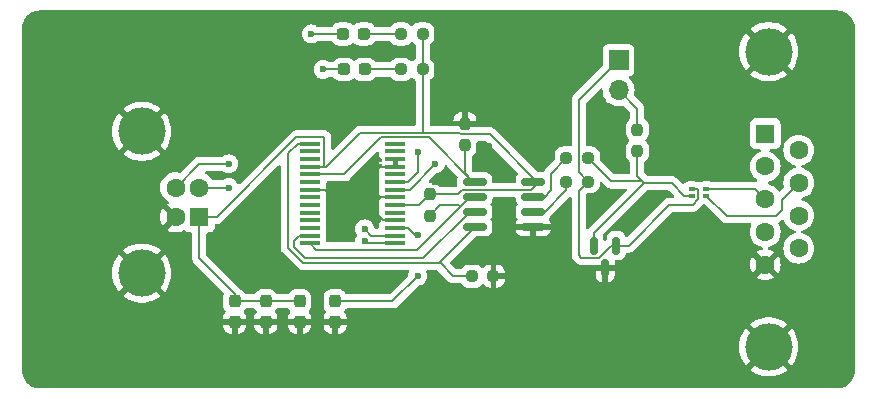
<source format=gbr>
%TF.GenerationSoftware,KiCad,Pcbnew,8.0.1*%
%TF.CreationDate,2024-05-16T00:38:26+09:00*%
%TF.ProjectId,USB-to-RS485-Converter-Small,5553422d-746f-42d5-9253-3438352d436f,1.0*%
%TF.SameCoordinates,Original*%
%TF.FileFunction,Copper,L1,Top*%
%TF.FilePolarity,Positive*%
%FSLAX46Y46*%
G04 Gerber Fmt 4.6, Leading zero omitted, Abs format (unit mm)*
G04 Created by KiCad (PCBNEW 8.0.1) date 2024-05-16 00:38:26*
%MOMM*%
%LPD*%
G01*
G04 APERTURE LIST*
G04 Aperture macros list*
%AMRoundRect*
0 Rectangle with rounded corners*
0 $1 Rounding radius*
0 $2 $3 $4 $5 $6 $7 $8 $9 X,Y pos of 4 corners*
0 Add a 4 corners polygon primitive as box body*
4,1,4,$2,$3,$4,$5,$6,$7,$8,$9,$2,$3,0*
0 Add four circle primitives for the rounded corners*
1,1,$1+$1,$2,$3*
1,1,$1+$1,$4,$5*
1,1,$1+$1,$6,$7*
1,1,$1+$1,$8,$9*
0 Add four rect primitives between the rounded corners*
20,1,$1+$1,$2,$3,$4,$5,0*
20,1,$1+$1,$4,$5,$6,$7,0*
20,1,$1+$1,$6,$7,$8,$9,0*
20,1,$1+$1,$8,$9,$2,$3,0*%
G04 Aperture macros list end*
%TA.AperFunction,SMDPad,CuDef*%
%ADD10RoundRect,0.150000X-0.825000X-0.150000X0.825000X-0.150000X0.825000X0.150000X-0.825000X0.150000X0*%
%TD*%
%TA.AperFunction,SMDPad,CuDef*%
%ADD11R,0.500000X0.300000*%
%TD*%
%TA.AperFunction,SMDPad,CuDef*%
%ADD12RoundRect,0.150000X-0.150000X0.587500X-0.150000X-0.587500X0.150000X-0.587500X0.150000X0.587500X0*%
%TD*%
%TA.AperFunction,ComponentPad*%
%ADD13R,1.600000X1.600000*%
%TD*%
%TA.AperFunction,ComponentPad*%
%ADD14C,1.600000*%
%TD*%
%TA.AperFunction,ComponentPad*%
%ADD15C,4.000000*%
%TD*%
%TA.AperFunction,SMDPad,CuDef*%
%ADD16RoundRect,0.237500X-0.237500X0.300000X-0.237500X-0.300000X0.237500X-0.300000X0.237500X0.300000X0*%
%TD*%
%TA.AperFunction,SMDPad,CuDef*%
%ADD17RoundRect,0.237500X0.237500X-0.250000X0.237500X0.250000X-0.237500X0.250000X-0.237500X-0.250000X0*%
%TD*%
%TA.AperFunction,SMDPad,CuDef*%
%ADD18RoundRect,0.237500X-0.237500X0.250000X-0.237500X-0.250000X0.237500X-0.250000X0.237500X0.250000X0*%
%TD*%
%TA.AperFunction,SMDPad,CuDef*%
%ADD19RoundRect,0.237500X0.250000X0.237500X-0.250000X0.237500X-0.250000X-0.237500X0.250000X-0.237500X0*%
%TD*%
%TA.AperFunction,SMDPad,CuDef*%
%ADD20RoundRect,0.237500X-0.250000X-0.237500X0.250000X-0.237500X0.250000X0.237500X-0.250000X0.237500X0*%
%TD*%
%TA.AperFunction,ComponentPad*%
%ADD21R,1.700000X1.700000*%
%TD*%
%TA.AperFunction,ComponentPad*%
%ADD22O,1.700000X1.700000*%
%TD*%
%TA.AperFunction,SMDPad,CuDef*%
%ADD23RoundRect,0.237500X-0.287500X-0.237500X0.287500X-0.237500X0.287500X0.237500X-0.287500X0.237500X0*%
%TD*%
%TA.AperFunction,SMDPad,CuDef*%
%ADD24R,1.750000X0.450000*%
%TD*%
%TA.AperFunction,ViaPad*%
%ADD25C,0.600000*%
%TD*%
%TA.AperFunction,Conductor*%
%ADD26C,0.200000*%
%TD*%
G04 APERTURE END LIST*
D10*
%TO.P,U2,1,RO*%
%TO.N,Net-(U1-RXD)*%
X147525000Y-99095000D03*
%TO.P,U2,2,~{RE}*%
%TO.N,Net-(U1-CBUS3)*%
X147525000Y-100365000D03*
%TO.P,U2,3,DE*%
%TO.N,Net-(U1-CBUS2)*%
X147525000Y-101635000D03*
%TO.P,U2,4,DI*%
%TO.N,Net-(U1-TXD)*%
X147525000Y-102905000D03*
%TO.P,U2,5,GND*%
%TO.N,/GND*%
X152475000Y-102905000D03*
%TO.P,U2,6,A*%
%TO.N,Net-(U2-A)*%
X152475000Y-101635000D03*
%TO.P,U2,7,B*%
%TO.N,Net-(U2-B)*%
X152475000Y-100365000D03*
%TO.P,U2,8,VCC*%
%TO.N,/VCC*%
X152475000Y-99095000D03*
%TD*%
D11*
%TO.P,FL1,1,1*%
%TO.N,Net-(D5-A1)*%
X165888000Y-99725000D03*
%TO.P,FL1,2,2*%
%TO.N,Net-(D5-A2)*%
X165888000Y-100275000D03*
%TO.P,FL1,3,3*%
%TO.N,Net-(FL1-Pad3)*%
X167112000Y-100275000D03*
%TO.P,FL1,4,4*%
%TO.N,Net-(FL1-Pad4)*%
X167112000Y-99725000D03*
%TD*%
D12*
%TO.P,D5,1,A1*%
%TO.N,Net-(D5-A1)*%
X159500000Y-104500000D03*
%TO.P,D5,2,A2*%
%TO.N,Net-(D5-A2)*%
X157600000Y-104500000D03*
%TO.P,D5,3,common*%
%TO.N,/GND*%
X158550000Y-106375000D03*
%TD*%
D13*
%TO.P,J2,1,VBUS*%
%TO.N,/VCC*%
X124187500Y-102087500D03*
D14*
%TO.P,J2,2,D-*%
%TO.N,Net-(J2-D-)*%
X124187500Y-99587500D03*
%TO.P,J2,3,D+*%
%TO.N,Net-(J2-D+)*%
X122187500Y-99587500D03*
%TO.P,J2,4,GND*%
%TO.N,/GND*%
X122187500Y-102087500D03*
D15*
%TO.P,J2,5,Shield*%
X119327500Y-106837500D03*
X119327500Y-94837500D03*
%TD*%
D16*
%TO.P,C3,1*%
%TO.N,/VCC*%
X132687500Y-109225000D03*
%TO.P,C3,2*%
%TO.N,/GND*%
X132687500Y-110950000D03*
%TD*%
D17*
%TO.P,R4,1*%
%TO.N,Net-(U1-RXD)*%
X146687500Y-96000000D03*
%TO.P,R4,2*%
%TO.N,/GND*%
X146687500Y-94175000D03*
%TD*%
D18*
%TO.P,R5,1*%
%TO.N,/VCC*%
X143687500Y-100175000D03*
%TO.P,R5,2*%
%TO.N,Net-(U1-CBUS3)*%
X143687500Y-102000000D03*
%TD*%
D16*
%TO.P,C1,1*%
%TO.N,/VCC*%
X127187500Y-109225000D03*
%TO.P,C1,2*%
%TO.N,/GND*%
X127187500Y-110950000D03*
%TD*%
D19*
%TO.P,R2,1*%
%TO.N,Net-(D5-A1)*%
X157100000Y-99087500D03*
%TO.P,R2,2*%
%TO.N,Net-(U2-A)*%
X155275000Y-99087500D03*
%TD*%
D20*
%TO.P,R3,1*%
%TO.N,Net-(U1-TXD)*%
X147275000Y-107087500D03*
%TO.P,R3,2*%
%TO.N,/GND*%
X149100000Y-107087500D03*
%TD*%
D19*
%TO.P,R7,1*%
%TO.N,/VCC*%
X143100000Y-89587500D03*
%TO.P,R7,2*%
%TO.N,Net-(D4-A)*%
X141275000Y-89587500D03*
%TD*%
D21*
%TO.P,J1,1,Pin_1*%
%TO.N,Net-(D5-A1)*%
X159687500Y-88812500D03*
D22*
%TO.P,J1,2,Pin_2*%
%TO.N,Net-(J1-Pin_2)*%
X159687500Y-91352500D03*
%TD*%
D17*
%TO.P,R6,1*%
%TO.N,Net-(D5-A2)*%
X161275000Y-96500000D03*
%TO.P,R6,2*%
%TO.N,Net-(J1-Pin_2)*%
X161275000Y-94675000D03*
%TD*%
D23*
%TO.P,D4,1,K*%
%TO.N,{slash}RXLED*%
X136437500Y-89587500D03*
%TO.P,D4,2,A*%
%TO.N,Net-(D4-A)*%
X138187500Y-89587500D03*
%TD*%
D20*
%TO.P,R1,1*%
%TO.N,Net-(U2-B)*%
X155275000Y-97087500D03*
%TO.P,R1,2*%
%TO.N,Net-(D5-A2)*%
X157100000Y-97087500D03*
%TD*%
D16*
%TO.P,C4,1*%
%TO.N,Net-(U1-3V3OUT)*%
X135687500Y-109225000D03*
%TO.P,C4,2*%
%TO.N,/GND*%
X135687500Y-110950000D03*
%TD*%
%TO.P,C2,1*%
%TO.N,/VCC*%
X129825000Y-109225000D03*
%TO.P,C2,2*%
%TO.N,/GND*%
X129825000Y-110950000D03*
%TD*%
D23*
%TO.P,D3,1,K*%
%TO.N,{slash}TXLED*%
X136367500Y-86587500D03*
%TO.P,D3,2,A*%
%TO.N,Net-(D3-A)*%
X138117500Y-86587500D03*
%TD*%
D15*
%TO.P,J3,0,PAD*%
%TO.N,/GND*%
X172407169Y-113077500D03*
X172407169Y-88077500D03*
D13*
%TO.P,J3,1,1*%
%TO.N,unconnected-(J3-Pad1)*%
X172107169Y-95037500D03*
D14*
%TO.P,J3,2,2*%
%TO.N,unconnected-(J3-Pad2)*%
X172107169Y-97807500D03*
%TO.P,J3,3,3*%
%TO.N,Net-(FL1-Pad4)*%
X172107169Y-100577500D03*
%TO.P,J3,4,4*%
%TO.N,unconnected-(J3-Pad4)*%
X172107169Y-103347500D03*
%TO.P,J3,5,5*%
%TO.N,/GND*%
X172107169Y-106117500D03*
%TO.P,J3,6,6*%
%TO.N,unconnected-(J3-Pad6)*%
X174947169Y-96422500D03*
%TO.P,J3,7,7*%
%TO.N,Net-(FL1-Pad3)*%
X174947169Y-99192500D03*
%TO.P,J3,8,8*%
%TO.N,unconnected-(J3-Pad8)*%
X174947169Y-101962500D03*
%TO.P,J3,9,9*%
%TO.N,unconnected-(J3-Pad9)*%
X174947169Y-104732500D03*
%TD*%
D19*
%TO.P,R8,1*%
%TO.N,/VCC*%
X143100000Y-86587500D03*
%TO.P,R8,2*%
%TO.N,Net-(D3-A)*%
X141275000Y-86587500D03*
%TD*%
D24*
%TO.P,U1,1,TXD*%
%TO.N,Net-(U1-TXD)*%
X133587500Y-95862500D03*
%TO.P,U1,2,DTR*%
%TO.N,unconnected-(U1-DTR-Pad2)*%
X133587500Y-96512500D03*
%TO.P,U1,3,RTS*%
%TO.N,unconnected-(U1-RTS-Pad3)*%
X133587500Y-97162500D03*
%TO.P,U1,4,VCCIO*%
%TO.N,/VCC*%
X133587500Y-97812500D03*
%TO.P,U1,5,RXD*%
%TO.N,Net-(U1-RXD)*%
X133587500Y-98462500D03*
%TO.P,U1,6,RI*%
%TO.N,unconnected-(U1-RI-Pad6)*%
X133587500Y-99112500D03*
%TO.P,U1,7,GND*%
%TO.N,/GND*%
X133587500Y-99762500D03*
%TO.P,U1,8*%
%TO.N,N/C*%
X133587500Y-100412500D03*
%TO.P,U1,9,DCR*%
%TO.N,unconnected-(U1-DCR-Pad9)*%
X133587500Y-101062500D03*
%TO.P,U1,10,DCD*%
%TO.N,unconnected-(U1-DCD-Pad10)*%
X133587500Y-101712500D03*
%TO.P,U1,11,CTS*%
%TO.N,unconnected-(U1-CTS-Pad11)*%
X133587500Y-102362500D03*
%TO.P,U1,12,CBUS4*%
%TO.N,unconnected-(U1-CBUS4-Pad12)*%
X133587500Y-103012500D03*
%TO.P,U1,13,CBUS2*%
%TO.N,Net-(U1-CBUS2)*%
X133587500Y-103662500D03*
%TO.P,U1,14,CBUS3*%
%TO.N,Net-(U1-CBUS3)*%
X133587500Y-104312500D03*
%TO.P,U1,15,USBD+*%
%TO.N,Net-(J2-D+)*%
X140787500Y-104312500D03*
%TO.P,U1,16,USBD-*%
%TO.N,Net-(J2-D-)*%
X140787500Y-103662500D03*
%TO.P,U1,17,3V3OUT*%
%TO.N,Net-(U1-3V3OUT)*%
X140787500Y-103012500D03*
%TO.P,U1,18,GND*%
%TO.N,/GND*%
X140787500Y-102362500D03*
%TO.P,U1,19,~{RESET}*%
%TO.N,unconnected-(U1-~{RESET}-Pad19)*%
X140787500Y-101712500D03*
%TO.P,U1,20,VCC*%
%TO.N,/VCC*%
X140787500Y-101062500D03*
%TO.P,U1,21,GND*%
%TO.N,/GND*%
X140787500Y-100412500D03*
%TO.P,U1,22,CBUS1*%
%TO.N,{slash}RXLED*%
X140787500Y-99762500D03*
%TO.P,U1,23,CBUS0*%
%TO.N,{slash}TXLED*%
X140787500Y-99112500D03*
%TO.P,U1,24*%
%TO.N,N/C*%
X140787500Y-98462500D03*
%TO.P,U1,25,AGND*%
%TO.N,/GND*%
X140787500Y-97812500D03*
%TO.P,U1,26,TEST*%
X140787500Y-97162500D03*
%TO.P,U1,27,OSCI*%
%TO.N,unconnected-(U1-OSCI-Pad27)*%
X140787500Y-96512500D03*
%TO.P,U1,28,OSCO*%
%TO.N,unconnected-(U1-OSCO-Pad28)*%
X140787500Y-95862500D03*
%TD*%
D25*
%TO.N,/GND*%
X148687500Y-96087500D03*
X162687500Y-100087500D03*
X158187500Y-93587500D03*
X138687500Y-98587500D03*
X158187500Y-95587500D03*
X144187500Y-99087500D03*
X138687500Y-99587500D03*
X158687500Y-100087500D03*
X145187500Y-99087500D03*
X158187500Y-94587500D03*
X158687500Y-101087500D03*
X162687500Y-101087500D03*
X148687500Y-97087500D03*
%TO.N,Net-(U1-3V3OUT)*%
X142687500Y-103587500D03*
X142687500Y-107087500D03*
%TO.N,{slash}TXLED*%
X142687500Y-96587500D03*
X133687500Y-86587500D03*
%TO.N,{slash}RXLED*%
X144187500Y-97587500D03*
X134687500Y-89587500D03*
%TO.N,Net-(J2-D+)*%
X126687500Y-97587500D03*
X138187500Y-104087500D03*
%TO.N,Net-(J2-D-)*%
X138187500Y-103087500D03*
X126687500Y-99587500D03*
%TD*%
D26*
%TO.N,Net-(D5-A1)*%
X160537500Y-104500000D02*
X159500000Y-104500000D01*
X164000000Y-101037500D02*
X160537500Y-104500000D01*
X166438000Y-100562000D02*
X165962500Y-101037500D01*
X165962500Y-101037500D02*
X164000000Y-101037500D01*
X166438000Y-99825000D02*
X166438000Y-100562000D01*
X166338000Y-99725000D02*
X166438000Y-99825000D01*
X165888000Y-99725000D02*
X166338000Y-99725000D01*
X156312500Y-105312500D02*
X156312500Y-99875000D01*
X156537500Y-105537500D02*
X156312500Y-105312500D01*
X158009448Y-105537500D02*
X156537500Y-105537500D01*
X159046948Y-104500000D02*
X158009448Y-105537500D01*
X159500000Y-104500000D02*
X159046948Y-104500000D01*
X156312500Y-99875000D02*
X157100000Y-99087500D01*
%TO.N,Net-(D5-A2)*%
X157600000Y-103475000D02*
X157600000Y-104500000D01*
X161882500Y-99192500D02*
X157600000Y-103475000D01*
%TO.N,/VCC*%
X146467500Y-99807500D02*
X146100000Y-100175000D01*
X140787500Y-101062500D02*
X142800000Y-101062500D01*
X132687500Y-109225000D02*
X129825000Y-109225000D01*
X142800000Y-101062500D02*
X143687500Y-100175000D01*
X143187500Y-94937500D02*
X146195778Y-94937500D01*
X146467500Y-99807500D02*
X152274500Y-99807500D01*
X143187500Y-94937500D02*
X137837500Y-94937500D01*
X148804500Y-95087500D02*
X152899500Y-99182500D01*
X143100000Y-94850000D02*
X143187500Y-94937500D01*
X143100000Y-86587500D02*
X143100000Y-89587500D01*
X124187500Y-105587500D02*
X124187500Y-102087500D01*
X127187500Y-109225000D02*
X129825000Y-109225000D01*
X146100000Y-100175000D02*
X143687500Y-100175000D01*
X146345778Y-95087500D02*
X148804500Y-95087500D01*
X152274500Y-99807500D02*
X152899500Y-99182500D01*
X143100000Y-89587500D02*
X143100000Y-94850000D01*
X125662500Y-102087500D02*
X124187500Y-102087500D01*
X134962500Y-97812500D02*
X133587500Y-97812500D01*
X132412500Y-95337500D02*
X125662500Y-102087500D01*
X134762500Y-95337500D02*
X132412500Y-95337500D01*
X134762500Y-97687500D02*
X134762500Y-95337500D01*
X134637500Y-97812500D02*
X134762500Y-97687500D01*
X137837500Y-94937500D02*
X134962500Y-97812500D01*
X127187500Y-108587500D02*
X124187500Y-105587500D01*
X127187500Y-109225000D02*
X127187500Y-108587500D01*
X133587500Y-97812500D02*
X134637500Y-97812500D01*
X146195778Y-94937500D02*
X146345778Y-95087500D01*
%TO.N,/GND*%
X138687500Y-99587500D02*
X139512500Y-100412500D01*
X140787500Y-97162500D02*
X140787500Y-97812500D01*
X138687500Y-99587500D02*
X139300000Y-100200000D01*
X139300000Y-101950000D02*
X139712500Y-102362500D01*
X139712500Y-102362500D02*
X140787500Y-102362500D01*
X139462500Y-97812500D02*
X138687500Y-98587500D01*
X140787500Y-97812500D02*
X139462500Y-97812500D01*
X139512500Y-100412500D02*
X140787500Y-100412500D01*
X138687500Y-99587500D02*
X137587500Y-99587500D01*
X137412500Y-99762500D02*
X133587500Y-99762500D01*
X137587500Y-99587500D02*
X137412500Y-99762500D01*
X139300000Y-100200000D02*
X139300000Y-101950000D01*
%TO.N,Net-(U1-3V3OUT)*%
X142687500Y-107087500D02*
X140550000Y-109225000D01*
X140550000Y-109225000D02*
X135687500Y-109225000D01*
X140787500Y-103012500D02*
X141862500Y-103012500D01*
X142437500Y-103587500D02*
X142687500Y-103587500D01*
X141862500Y-103012500D02*
X142437500Y-103587500D01*
%TO.N,Net-(D5-A2)*%
X161777500Y-99087500D02*
X161882500Y-99192500D01*
X161275000Y-96500000D02*
X161275000Y-98585000D01*
X165260686Y-100275000D02*
X165888000Y-100275000D01*
X159087500Y-99075000D02*
X161765000Y-99075000D01*
X161915000Y-99225000D02*
X161882500Y-99192500D01*
X157100000Y-97087500D02*
X159087500Y-99075000D01*
X161765000Y-99075000D02*
X161777500Y-99087500D01*
X161915000Y-99225000D02*
X164210686Y-99225000D01*
X164210686Y-99225000D02*
X165260686Y-100275000D01*
X161275000Y-98585000D02*
X161777500Y-99087500D01*
%TO.N,Net-(D5-A1)*%
X156312500Y-98300000D02*
X156312500Y-92187500D01*
X157100000Y-99087500D02*
X156312500Y-98300000D01*
X156312500Y-92187500D02*
X159687500Y-88812500D01*
%TO.N,Net-(D3-A)*%
X141275000Y-86587500D02*
X138117500Y-86587500D01*
%TO.N,{slash}TXLED*%
X141862500Y-99112500D02*
X142687500Y-98287500D01*
X136367500Y-86587500D02*
X133687500Y-86587500D01*
X142687500Y-98287500D02*
X142687500Y-96587500D01*
X140787500Y-99112500D02*
X141862500Y-99112500D01*
%TO.N,Net-(D4-A)*%
X138187500Y-89587500D02*
X141275000Y-89587500D01*
%TO.N,{slash}RXLED*%
X140787500Y-99762500D02*
X142012500Y-99762500D01*
X142012500Y-99762500D02*
X144187500Y-97587500D01*
X134687500Y-89587500D02*
X136437500Y-89587500D01*
%TO.N,Net-(U1-CBUS3)*%
X147038000Y-100452500D02*
X146295250Y-101195250D01*
X146187500Y-101087500D02*
X146295250Y-101195250D01*
X144600000Y-101087500D02*
X146187500Y-101087500D01*
X142653000Y-104837500D02*
X134112500Y-104837500D01*
X147475500Y-100452500D02*
X147038000Y-100452500D01*
X134112500Y-104837500D02*
X133587500Y-104312500D01*
X146295250Y-101195250D02*
X142653000Y-104837500D01*
X143687500Y-102000000D02*
X144600000Y-101087500D01*
%TO.N,Net-(U1-TXD)*%
X132996814Y-105987500D02*
X131687500Y-104678186D01*
X144480500Y-105987500D02*
X132996814Y-105987500D01*
X131687500Y-104678186D02*
X131687500Y-96687500D01*
X131687500Y-96687500D02*
X132512500Y-95862500D01*
X145687500Y-107087500D02*
X144534000Y-105934000D01*
X132512500Y-95862500D02*
X133587500Y-95862500D01*
X147475500Y-102992500D02*
X144534000Y-105934000D01*
X147275000Y-107087500D02*
X145687500Y-107087500D01*
X144534000Y-105934000D02*
X144480500Y-105987500D01*
%TO.N,Net-(U2-B)*%
X153337000Y-100452500D02*
X152899500Y-100452500D01*
X153962000Y-98400500D02*
X153962000Y-99827500D01*
X155275000Y-97087500D02*
X153962000Y-98400500D01*
X153962000Y-99827500D02*
X153337000Y-100452500D01*
%TO.N,Net-(U1-RXD)*%
X146687500Y-98394500D02*
X147475500Y-99182500D01*
X139612500Y-95337500D02*
X143630500Y-95337500D01*
X136487500Y-98462500D02*
X139612500Y-95337500D01*
X143630500Y-95337500D02*
X147475500Y-99182500D01*
X146687500Y-96000000D02*
X146687500Y-98394500D01*
X133587500Y-98462500D02*
X136487500Y-98462500D01*
%TO.N,Net-(U2-A)*%
X152899500Y-101722500D02*
X153337000Y-101722500D01*
X155275000Y-99784500D02*
X155275000Y-99087500D01*
X153337000Y-101722500D02*
X155275000Y-99784500D01*
%TO.N,Net-(U1-CBUS2)*%
X133162500Y-105587500D02*
X132187500Y-104612500D01*
X132612500Y-103662500D02*
X133587500Y-103662500D01*
X147038000Y-101722500D02*
X143173000Y-105587500D01*
X147475500Y-101722500D02*
X147038000Y-101722500D01*
X143173000Y-105587500D02*
X133162500Y-105587500D01*
X132187500Y-104612500D02*
X132187500Y-104087500D01*
X132187500Y-104087500D02*
X132612500Y-103662500D01*
%TO.N,Net-(J1-Pin_2)*%
X161275000Y-92940000D02*
X161275000Y-94675000D01*
X159687500Y-91352500D02*
X161275000Y-92940000D01*
%TO.N,Net-(J2-D+)*%
X122187500Y-99587500D02*
X124187500Y-97587500D01*
X138412500Y-104312500D02*
X138187500Y-104087500D01*
X140787500Y-104312500D02*
X138412500Y-104312500D01*
X124187500Y-97587500D02*
X126687500Y-97587500D01*
%TO.N,Net-(J2-D-)*%
X140787500Y-103662500D02*
X138762500Y-103662500D01*
X124187500Y-99587500D02*
X126687500Y-99587500D01*
X138762500Y-103662500D02*
X138187500Y-103087500D01*
%TO.N,Net-(FL1-Pad3)*%
X167112000Y-100275000D02*
X168837000Y-102000000D01*
X173000000Y-102000000D02*
X173500000Y-101500000D01*
X168837000Y-102000000D02*
X173000000Y-102000000D01*
X173500000Y-100639669D02*
X174947169Y-99192500D01*
X173500000Y-101500000D02*
X173500000Y-100639669D01*
%TO.N,Net-(FL1-Pad4)*%
X171254669Y-99725000D02*
X167112000Y-99725000D01*
X172107169Y-100577500D02*
X171254669Y-99725000D01*
%TD*%
%TA.AperFunction,Conductor*%
%TO.N,/GND*%
G36*
X139331334Y-96570413D02*
G01*
X139387267Y-96612285D01*
X139411684Y-96677749D01*
X139412000Y-96686594D01*
X139412000Y-96785368D01*
X139412001Y-96785380D01*
X139416431Y-96826593D01*
X139416431Y-96853096D01*
X139412500Y-96889665D01*
X139412500Y-96937500D01*
X139428111Y-96953111D01*
X139441984Y-96957185D01*
X139474211Y-96987188D01*
X139550998Y-97089762D01*
X139554955Y-97095047D01*
X139647376Y-97164234D01*
X139689247Y-97220168D01*
X139694231Y-97289859D01*
X139660745Y-97351182D01*
X139599422Y-97384666D01*
X139573065Y-97387500D01*
X139412500Y-97387500D01*
X139412500Y-97435335D01*
X139416683Y-97474248D01*
X139416683Y-97500752D01*
X139412500Y-97539664D01*
X139412500Y-97587500D01*
X139573065Y-97587500D01*
X139640104Y-97607185D01*
X139685859Y-97659989D01*
X139695803Y-97729147D01*
X139666778Y-97792703D01*
X139647376Y-97810766D01*
X139554955Y-97879952D01*
X139474211Y-97987812D01*
X139426394Y-98023605D01*
X139412500Y-98037500D01*
X139412500Y-98085332D01*
X139416431Y-98121899D01*
X139416431Y-98148405D01*
X139412000Y-98189622D01*
X139412000Y-98735369D01*
X139412001Y-98735378D01*
X139416179Y-98774245D01*
X139416179Y-98800750D01*
X139412000Y-98839622D01*
X139412000Y-99385369D01*
X139412001Y-99385378D01*
X139416179Y-99424245D01*
X139416179Y-99450750D01*
X139412000Y-99489622D01*
X139412000Y-100035369D01*
X139412001Y-100035380D01*
X139416431Y-100076593D01*
X139416431Y-100103096D01*
X139412500Y-100139665D01*
X139412500Y-100187500D01*
X139428111Y-100203111D01*
X139441984Y-100207185D01*
X139474211Y-100237189D01*
X139549820Y-100338189D01*
X139574238Y-100403653D01*
X139559387Y-100471926D01*
X139549820Y-100486811D01*
X139474211Y-100587811D01*
X139426392Y-100623607D01*
X139412500Y-100637500D01*
X139412500Y-100685332D01*
X139416431Y-100721899D01*
X139416431Y-100748405D01*
X139412000Y-100789622D01*
X139412000Y-101335369D01*
X139412001Y-101335378D01*
X139416179Y-101374245D01*
X139416179Y-101400750D01*
X139412000Y-101439622D01*
X139412000Y-101985369D01*
X139412001Y-101985380D01*
X139416431Y-102026593D01*
X139416431Y-102053096D01*
X139412500Y-102089665D01*
X139412500Y-102137500D01*
X139428111Y-102153111D01*
X139441984Y-102157185D01*
X139474211Y-102187189D01*
X139549820Y-102288189D01*
X139574238Y-102353653D01*
X139559387Y-102421926D01*
X139549820Y-102436811D01*
X139474211Y-102537811D01*
X139426392Y-102573607D01*
X139412500Y-102587500D01*
X139412500Y-102635332D01*
X139416431Y-102671899D01*
X139416431Y-102698405D01*
X139412000Y-102739622D01*
X139412000Y-102739627D01*
X139412000Y-102897477D01*
X139412001Y-102937999D01*
X139392317Y-103005039D01*
X139339513Y-103050794D01*
X139288001Y-103062000D01*
X139101005Y-103062000D01*
X139033966Y-103042315D01*
X138988211Y-102989511D01*
X138977785Y-102951882D01*
X138972869Y-102908248D01*
X138913289Y-102737978D01*
X138889899Y-102700753D01*
X138817316Y-102585238D01*
X138689762Y-102457684D01*
X138656543Y-102436811D01*
X138537023Y-102361711D01*
X138366754Y-102302131D01*
X138366749Y-102302130D01*
X138187504Y-102281935D01*
X138187496Y-102281935D01*
X138008250Y-102302130D01*
X138008245Y-102302131D01*
X137837976Y-102361711D01*
X137685237Y-102457684D01*
X137557684Y-102585237D01*
X137461711Y-102737976D01*
X137402131Y-102908245D01*
X137402130Y-102908250D01*
X137381935Y-103087496D01*
X137381935Y-103087503D01*
X137402130Y-103266749D01*
X137402133Y-103266762D01*
X137461709Y-103437020D01*
X137514809Y-103521529D01*
X137533809Y-103588766D01*
X137514809Y-103653471D01*
X137461709Y-103737979D01*
X137402133Y-103908237D01*
X137402130Y-103908250D01*
X137381935Y-104087496D01*
X137381935Y-104087498D01*
X137383244Y-104099114D01*
X137371191Y-104167936D01*
X137323843Y-104219316D01*
X137260024Y-104237000D01*
X135086999Y-104237000D01*
X135019960Y-104217315D01*
X134974205Y-104164511D01*
X134962999Y-104113000D01*
X134962999Y-104039628D01*
X134962998Y-104039611D01*
X134958820Y-104000753D01*
X134958820Y-103974247D01*
X134963000Y-103935373D01*
X134962999Y-103389628D01*
X134962998Y-103389611D01*
X134958820Y-103350753D01*
X134958820Y-103324247D01*
X134963000Y-103285373D01*
X134962999Y-102739628D01*
X134962999Y-102739627D01*
X134962998Y-102739611D01*
X134958820Y-102700753D01*
X134958820Y-102674247D01*
X134963000Y-102635373D01*
X134962999Y-102089628D01*
X134962998Y-102089611D01*
X134958820Y-102050753D01*
X134958820Y-102024247D01*
X134963000Y-101985373D01*
X134962999Y-101439628D01*
X134962999Y-101439627D01*
X134962998Y-101439611D01*
X134958820Y-101400753D01*
X134958820Y-101374245D01*
X134963000Y-101335373D01*
X134962999Y-100789628D01*
X134962999Y-100789627D01*
X134962998Y-100789611D01*
X134958820Y-100750753D01*
X134958820Y-100724247D01*
X134963000Y-100685373D01*
X134962999Y-100139628D01*
X134958567Y-100098398D01*
X134958568Y-100071893D01*
X134962499Y-100035333D01*
X134962500Y-100035319D01*
X134962500Y-99987500D01*
X134946888Y-99971888D01*
X134933016Y-99967815D01*
X134900789Y-99937812D01*
X134859115Y-99882144D01*
X134825178Y-99836809D01*
X134800761Y-99771348D01*
X134815612Y-99703075D01*
X134825173Y-99688196D01*
X134887000Y-99605607D01*
X134900789Y-99587188D01*
X134948605Y-99551394D01*
X134962500Y-99537500D01*
X134962500Y-99489682D01*
X134962499Y-99489664D01*
X134958568Y-99453102D01*
X134958568Y-99426594D01*
X134963000Y-99385373D01*
X134962999Y-99186999D01*
X134982683Y-99119961D01*
X135035487Y-99074206D01*
X135086999Y-99063000D01*
X136400831Y-99063000D01*
X136400847Y-99063001D01*
X136408443Y-99063001D01*
X136566554Y-99063001D01*
X136566557Y-99063001D01*
X136719285Y-99022077D01*
X136769404Y-98993139D01*
X136856216Y-98943020D01*
X136968020Y-98831216D01*
X136968020Y-98831214D01*
X136978228Y-98821007D01*
X136978230Y-98821004D01*
X139200321Y-96598912D01*
X139261642Y-96565429D01*
X139331334Y-96570413D01*
G37*
%TD.AperFunction*%
%TA.AperFunction,Conductor*%
G36*
X163977628Y-99845185D02*
G01*
X163998270Y-99861819D01*
X164361770Y-100225319D01*
X164395255Y-100286642D01*
X164390271Y-100356334D01*
X164348399Y-100412267D01*
X164282935Y-100436684D01*
X164274089Y-100437000D01*
X163920940Y-100437000D01*
X163880019Y-100447964D01*
X163880019Y-100447965D01*
X163843595Y-100457725D01*
X163768214Y-100477923D01*
X163768209Y-100477926D01*
X163631290Y-100556975D01*
X163631282Y-100556981D01*
X160464034Y-103724230D01*
X160402711Y-103757715D01*
X160333019Y-103752731D01*
X160277086Y-103710859D01*
X160257277Y-103671145D01*
X160251745Y-103652104D01*
X160251744Y-103652103D01*
X160251744Y-103652102D01*
X160168081Y-103510635D01*
X160168079Y-103510633D01*
X160168076Y-103510629D01*
X160051870Y-103394423D01*
X160051862Y-103394417D01*
X159917909Y-103315198D01*
X159910398Y-103310756D01*
X159910397Y-103310755D01*
X159910396Y-103310755D01*
X159910393Y-103310754D01*
X159752573Y-103264902D01*
X159752567Y-103264901D01*
X159715701Y-103262000D01*
X159715694Y-103262000D01*
X159284306Y-103262000D01*
X159284298Y-103262000D01*
X159247432Y-103264901D01*
X159247426Y-103264902D01*
X159089606Y-103310754D01*
X159089603Y-103310755D01*
X158948137Y-103394417D01*
X158948129Y-103394423D01*
X158831923Y-103510629D01*
X158831917Y-103510637D01*
X158748255Y-103652103D01*
X158748254Y-103652106D01*
X158702402Y-103809926D01*
X158702401Y-103809932D01*
X158699500Y-103846798D01*
X158699500Y-103946850D01*
X158679815Y-104013889D01*
X158663181Y-104034531D01*
X158612181Y-104085531D01*
X158550858Y-104119016D01*
X158481166Y-104114032D01*
X158425233Y-104072160D01*
X158400816Y-104006696D01*
X158400500Y-103997850D01*
X158400500Y-103846813D01*
X158400499Y-103846798D01*
X158397598Y-103809932D01*
X158397597Y-103809926D01*
X158354281Y-103660833D01*
X158354480Y-103590964D01*
X158385674Y-103538559D01*
X162062417Y-99861819D01*
X162123740Y-99828334D01*
X162150098Y-99825500D01*
X163910589Y-99825500D01*
X163977628Y-99845185D01*
G37*
%TD.AperFunction*%
%TA.AperFunction,Conductor*%
G36*
X158293201Y-99130383D02*
G01*
X158299680Y-99136415D01*
X158602639Y-99439374D01*
X158602649Y-99439385D01*
X158606979Y-99443715D01*
X158606980Y-99443716D01*
X158718784Y-99555520D01*
X158718786Y-99555521D01*
X158718790Y-99555524D01*
X158774175Y-99587500D01*
X158855716Y-99634577D01*
X158961863Y-99663019D01*
X158961862Y-99663019D01*
X158971705Y-99665656D01*
X159008442Y-99675500D01*
X159008443Y-99675500D01*
X160250902Y-99675500D01*
X160317941Y-99695185D01*
X160363696Y-99747989D01*
X160373640Y-99817147D01*
X160344615Y-99880703D01*
X160338583Y-99887181D01*
X157124681Y-103101083D01*
X157063358Y-103134568D01*
X156993666Y-103129584D01*
X156937733Y-103087712D01*
X156913316Y-103022248D01*
X156913000Y-103013402D01*
X156913000Y-100186999D01*
X156932685Y-100119960D01*
X156985489Y-100074205D01*
X157037000Y-100062999D01*
X157399170Y-100062999D01*
X157399176Y-100062999D01*
X157500253Y-100052674D01*
X157664016Y-99998408D01*
X157810850Y-99907840D01*
X157932840Y-99785850D01*
X158023408Y-99639016D01*
X158077674Y-99475253D01*
X158088000Y-99374177D01*
X158087999Y-99224094D01*
X158107683Y-99157057D01*
X158160487Y-99111302D01*
X158229645Y-99101358D01*
X158293201Y-99130383D01*
G37*
%TD.AperFunction*%
%TA.AperFunction,Conductor*%
G36*
X145143527Y-97707908D02*
G01*
X145174014Y-97730249D01*
X146053180Y-98609415D01*
X146086665Y-98670738D01*
X146084575Y-98731691D01*
X146052402Y-98842426D01*
X146052401Y-98842432D01*
X146049500Y-98879298D01*
X146049500Y-99310686D01*
X146049501Y-99310716D01*
X146049799Y-99314507D01*
X146035426Y-99382882D01*
X146013865Y-99411897D01*
X145986983Y-99438781D01*
X145986982Y-99438780D01*
X145986978Y-99438786D01*
X145887583Y-99538181D01*
X145826260Y-99571666D01*
X145799902Y-99574500D01*
X144645111Y-99574500D01*
X144578072Y-99554815D01*
X144539572Y-99515596D01*
X144507840Y-99464150D01*
X144385851Y-99342161D01*
X144385850Y-99342160D01*
X144277294Y-99275202D01*
X144239018Y-99251593D01*
X144239013Y-99251591D01*
X144224253Y-99246700D01*
X144075253Y-99197326D01*
X144075251Y-99197325D01*
X143974184Y-99187000D01*
X143974177Y-99187000D01*
X143736596Y-99187000D01*
X143669557Y-99167315D01*
X143623802Y-99114511D01*
X143613858Y-99045353D01*
X143642883Y-98981797D01*
X143648915Y-98975319D01*
X143892543Y-98731691D01*
X144206035Y-98418198D01*
X144267356Y-98384715D01*
X144279811Y-98382663D01*
X144366755Y-98372868D01*
X144537022Y-98313289D01*
X144689762Y-98217316D01*
X144817316Y-98089762D01*
X144913289Y-97937022D01*
X144969292Y-97776974D01*
X145010013Y-97720200D01*
X145074965Y-97694452D01*
X145143527Y-97707908D01*
G37*
%TD.AperFunction*%
%TA.AperFunction,Conductor*%
G36*
X148571442Y-95707685D02*
G01*
X148592084Y-95724319D01*
X151183727Y-98315963D01*
X151217212Y-98377286D01*
X151212228Y-98446978D01*
X151183728Y-98491324D01*
X151131924Y-98543128D01*
X151131917Y-98543137D01*
X151048255Y-98684603D01*
X151048254Y-98684606D01*
X151002402Y-98842426D01*
X151002401Y-98842432D01*
X150999500Y-98879298D01*
X150999500Y-99083000D01*
X150979815Y-99150039D01*
X150927011Y-99195794D01*
X150875500Y-99207000D01*
X149124500Y-99207000D01*
X149057461Y-99187315D01*
X149011706Y-99134511D01*
X149000500Y-99083000D01*
X149000500Y-98879313D01*
X149000499Y-98879298D01*
X148999244Y-98863355D01*
X148997598Y-98842431D01*
X148996783Y-98839627D01*
X148951745Y-98684606D01*
X148951744Y-98684603D01*
X148951744Y-98684602D01*
X148868081Y-98543135D01*
X148868079Y-98543133D01*
X148868076Y-98543129D01*
X148751870Y-98426923D01*
X148751862Y-98426917D01*
X148639992Y-98360758D01*
X148610398Y-98343256D01*
X148610397Y-98343255D01*
X148610396Y-98343255D01*
X148610393Y-98343254D01*
X148452573Y-98297402D01*
X148452567Y-98297401D01*
X148415701Y-98294500D01*
X148415694Y-98294500D01*
X147488097Y-98294500D01*
X147421058Y-98274815D01*
X147400416Y-98258181D01*
X147324319Y-98182084D01*
X147290834Y-98120761D01*
X147288000Y-98094403D01*
X147288000Y-96962400D01*
X147307685Y-96895361D01*
X147346901Y-96856863D01*
X147385850Y-96832840D01*
X147507840Y-96710850D01*
X147598408Y-96564016D01*
X147652674Y-96400253D01*
X147663000Y-96299177D01*
X147662999Y-95811999D01*
X147682683Y-95744961D01*
X147735487Y-95699206D01*
X147786999Y-95688000D01*
X148504403Y-95688000D01*
X148571442Y-95707685D01*
G37*
%TD.AperFunction*%
%TA.AperFunction,Conductor*%
G36*
X158254083Y-91197665D02*
G01*
X158310016Y-91239537D01*
X158334433Y-91305001D01*
X158334277Y-91324654D01*
X158331841Y-91352497D01*
X158331841Y-91352500D01*
X158352436Y-91587903D01*
X158352438Y-91587913D01*
X158413594Y-91816155D01*
X158413596Y-91816159D01*
X158413597Y-91816163D01*
X158513465Y-92030330D01*
X158513467Y-92030334D01*
X158621781Y-92185021D01*
X158649005Y-92223901D01*
X158816099Y-92390995D01*
X158907706Y-92455139D01*
X159009665Y-92526532D01*
X159009667Y-92526533D01*
X159009670Y-92526535D01*
X159223837Y-92626403D01*
X159452092Y-92687563D01*
X159640418Y-92704039D01*
X159687499Y-92708159D01*
X159687500Y-92708159D01*
X159687501Y-92708159D01*
X159726734Y-92704726D01*
X159922908Y-92687563D01*
X160051257Y-92653172D01*
X160121106Y-92654835D01*
X160171031Y-92685266D01*
X160638181Y-93152416D01*
X160671666Y-93213739D01*
X160674500Y-93240097D01*
X160674500Y-93712598D01*
X160654815Y-93779637D01*
X160615598Y-93818136D01*
X160576650Y-93842159D01*
X160454661Y-93964148D01*
X160364093Y-94110981D01*
X160364092Y-94110984D01*
X160309826Y-94274747D01*
X160309826Y-94274748D01*
X160309825Y-94274748D01*
X160299500Y-94375815D01*
X160299500Y-94974169D01*
X160299501Y-94974187D01*
X160309825Y-95075252D01*
X160364092Y-95239015D01*
X160364093Y-95239018D01*
X160454661Y-95385851D01*
X160568629Y-95499819D01*
X160602114Y-95561142D01*
X160597130Y-95630834D01*
X160568629Y-95675181D01*
X160454661Y-95789148D01*
X160364093Y-95935981D01*
X160364091Y-95935986D01*
X160346602Y-95988766D01*
X160309826Y-96099747D01*
X160309826Y-96099748D01*
X160309825Y-96099748D01*
X160299500Y-96200815D01*
X160299500Y-96799169D01*
X160299501Y-96799187D01*
X160309825Y-96900252D01*
X160339434Y-96989604D01*
X160364092Y-97064016D01*
X160454660Y-97210850D01*
X160576650Y-97332840D01*
X160615597Y-97356862D01*
X160662320Y-97408807D01*
X160674500Y-97462400D01*
X160674500Y-98350500D01*
X160654815Y-98417539D01*
X160602011Y-98463294D01*
X160550500Y-98474500D01*
X159387597Y-98474500D01*
X159320558Y-98454815D01*
X159299916Y-98438181D01*
X158124318Y-97262583D01*
X158090833Y-97201260D01*
X158087999Y-97174902D01*
X158087999Y-96800830D01*
X158087998Y-96800813D01*
X158077674Y-96699747D01*
X158023408Y-96535984D01*
X157932840Y-96389150D01*
X157810850Y-96267160D01*
X157695170Y-96195808D01*
X157664018Y-96176593D01*
X157664013Y-96176591D01*
X157659767Y-96175184D01*
X157500253Y-96122326D01*
X157500251Y-96122325D01*
X157399184Y-96112000D01*
X157399177Y-96112000D01*
X157037000Y-96112000D01*
X156969961Y-96092315D01*
X156924206Y-96039511D01*
X156913000Y-95988000D01*
X156913000Y-92487596D01*
X156932685Y-92420557D01*
X156949314Y-92399920D01*
X158123068Y-91226165D01*
X158184391Y-91192681D01*
X158254083Y-91197665D01*
G37*
%TD.AperFunction*%
%TA.AperFunction,Conductor*%
G36*
X140955539Y-97257684D02*
G01*
X141001294Y-97310488D01*
X141012500Y-97361999D01*
X141012500Y-97613000D01*
X140992815Y-97680039D01*
X140940011Y-97725794D01*
X140888500Y-97737000D01*
X140686500Y-97737000D01*
X140619461Y-97717315D01*
X140573706Y-97664511D01*
X140562500Y-97613000D01*
X140562500Y-97361999D01*
X140582185Y-97294960D01*
X140634989Y-97249205D01*
X140686497Y-97237999D01*
X140888501Y-97237999D01*
X140955539Y-97257684D01*
G37*
%TD.AperFunction*%
%TA.AperFunction,Conductor*%
G36*
X178191918Y-84588316D02*
G01*
X178392061Y-84602630D01*
X178409563Y-84605147D01*
X178601297Y-84646855D01*
X178618255Y-84651834D01*
X178802109Y-84720409D01*
X178818201Y-84727759D01*
X178990404Y-84821788D01*
X179005284Y-84831349D01*
X179162367Y-84948941D01*
X179175737Y-84960527D01*
X179314472Y-85099262D01*
X179326058Y-85112632D01*
X179443646Y-85269710D01*
X179453211Y-85284595D01*
X179547240Y-85456798D01*
X179554590Y-85472890D01*
X179623162Y-85656736D01*
X179628146Y-85673712D01*
X179669851Y-85865431D01*
X179672369Y-85882942D01*
X179686684Y-86083080D01*
X179687000Y-86091927D01*
X179687000Y-115083072D01*
X179686684Y-115091919D01*
X179672369Y-115292057D01*
X179669851Y-115309568D01*
X179628146Y-115501287D01*
X179623162Y-115518263D01*
X179554590Y-115702109D01*
X179547240Y-115718201D01*
X179453211Y-115890404D01*
X179443646Y-115905289D01*
X179326058Y-116062367D01*
X179314472Y-116075737D01*
X179175737Y-116214472D01*
X179162367Y-116226058D01*
X179005289Y-116343646D01*
X178990404Y-116353211D01*
X178818201Y-116447240D01*
X178802109Y-116454590D01*
X178618263Y-116523162D01*
X178601287Y-116528146D01*
X178409568Y-116569851D01*
X178392057Y-116572369D01*
X178211279Y-116585299D01*
X178191917Y-116586684D01*
X178183072Y-116587000D01*
X110691928Y-116587000D01*
X110683082Y-116586684D01*
X110661122Y-116585113D01*
X110482942Y-116572369D01*
X110465431Y-116569851D01*
X110273712Y-116528146D01*
X110256736Y-116523162D01*
X110072890Y-116454590D01*
X110056798Y-116447240D01*
X109884595Y-116353211D01*
X109869710Y-116343646D01*
X109712632Y-116226058D01*
X109699262Y-116214472D01*
X109560527Y-116075737D01*
X109548941Y-116062367D01*
X109431349Y-115905284D01*
X109421788Y-115890404D01*
X109327759Y-115718201D01*
X109320409Y-115702109D01*
X109273932Y-115577500D01*
X109251834Y-115518255D01*
X109246855Y-115501297D01*
X109205147Y-115309563D01*
X109202630Y-115292056D01*
X109195509Y-115192496D01*
X109188316Y-115091918D01*
X109188000Y-115083072D01*
X109188000Y-113077505D01*
X169902226Y-113077505D01*
X169921976Y-113391442D01*
X169921977Y-113391449D01*
X169980924Y-113700458D01*
X170078132Y-113999632D01*
X170078134Y-113999637D01*
X170212069Y-114284261D01*
X170212072Y-114284267D01*
X170380626Y-114549867D01*
X170380629Y-114549871D01*
X170471455Y-114659660D01*
X171112917Y-114018198D01*
X171186757Y-114119830D01*
X171364839Y-114297912D01*
X171466469Y-114371750D01*
X170822140Y-115016079D01*
X170822141Y-115016081D01*
X171064941Y-115192485D01*
X171064959Y-115192496D01*
X171340616Y-115344040D01*
X171340624Y-115344044D01*
X171633095Y-115459840D01*
X171937789Y-115538073D01*
X171937798Y-115538075D01*
X172249870Y-115577499D01*
X172249884Y-115577500D01*
X172564454Y-115577500D01*
X172564467Y-115577499D01*
X172876539Y-115538075D01*
X172876548Y-115538073D01*
X173181242Y-115459840D01*
X173473713Y-115344044D01*
X173473721Y-115344040D01*
X173749378Y-115192496D01*
X173749388Y-115192490D01*
X173992195Y-115016079D01*
X173992196Y-115016079D01*
X173347867Y-114371751D01*
X173449499Y-114297912D01*
X173627581Y-114119830D01*
X173701420Y-114018199D01*
X174342881Y-114659660D01*
X174433713Y-114549864D01*
X174602265Y-114284267D01*
X174602268Y-114284261D01*
X174736203Y-113999637D01*
X174736205Y-113999632D01*
X174833413Y-113700458D01*
X174892360Y-113391449D01*
X174892361Y-113391442D01*
X174912112Y-113077505D01*
X174912112Y-113077494D01*
X174892361Y-112763557D01*
X174892360Y-112763550D01*
X174833413Y-112454541D01*
X174736205Y-112155367D01*
X174736203Y-112155362D01*
X174602268Y-111870738D01*
X174602265Y-111870732D01*
X174433711Y-111605132D01*
X174433708Y-111605128D01*
X174342881Y-111495338D01*
X173701419Y-112136800D01*
X173627581Y-112035170D01*
X173449499Y-111857088D01*
X173347867Y-111783248D01*
X173992196Y-111138919D01*
X173992195Y-111138917D01*
X173749396Y-110962514D01*
X173749378Y-110962503D01*
X173473721Y-110810959D01*
X173473713Y-110810955D01*
X173181242Y-110695159D01*
X172876548Y-110616926D01*
X172876539Y-110616924D01*
X172564467Y-110577500D01*
X172249870Y-110577500D01*
X171937798Y-110616924D01*
X171937789Y-110616926D01*
X171633095Y-110695159D01*
X171340624Y-110810955D01*
X171340616Y-110810959D01*
X171064956Y-110962504D01*
X171064951Y-110962507D01*
X170822141Y-111138918D01*
X170822140Y-111138919D01*
X171466470Y-111783248D01*
X171364839Y-111857088D01*
X171186757Y-112035170D01*
X171112917Y-112136800D01*
X170471455Y-111495338D01*
X170471454Y-111495338D01*
X170380628Y-111605129D01*
X170380626Y-111605132D01*
X170212072Y-111870732D01*
X170212069Y-111870738D01*
X170078134Y-112155362D01*
X170078132Y-112155367D01*
X169980924Y-112454541D01*
X169921977Y-112763550D01*
X169921976Y-112763557D01*
X169902226Y-113077494D01*
X169902226Y-113077505D01*
X109188000Y-113077505D01*
X109188000Y-111200000D01*
X126212501Y-111200000D01*
X126212501Y-111299154D01*
X126222819Y-111400152D01*
X126277046Y-111563800D01*
X126277051Y-111563811D01*
X126367552Y-111710534D01*
X126367555Y-111710538D01*
X126489461Y-111832444D01*
X126489465Y-111832447D01*
X126636188Y-111922948D01*
X126636199Y-111922953D01*
X126799847Y-111977180D01*
X126900852Y-111987499D01*
X126937500Y-111987499D01*
X126937500Y-111200000D01*
X127437500Y-111200000D01*
X127437500Y-111987499D01*
X127474140Y-111987499D01*
X127474154Y-111987498D01*
X127575152Y-111977180D01*
X127738800Y-111922953D01*
X127738811Y-111922948D01*
X127885534Y-111832447D01*
X127885538Y-111832444D01*
X128007444Y-111710538D01*
X128007447Y-111710534D01*
X128097948Y-111563811D01*
X128097953Y-111563800D01*
X128152180Y-111400152D01*
X128162499Y-111299154D01*
X128162500Y-111299141D01*
X128162500Y-111200000D01*
X128850001Y-111200000D01*
X128850001Y-111299154D01*
X128860319Y-111400152D01*
X128914546Y-111563800D01*
X128914551Y-111563811D01*
X129005052Y-111710534D01*
X129005055Y-111710538D01*
X129126961Y-111832444D01*
X129126965Y-111832447D01*
X129273688Y-111922948D01*
X129273699Y-111922953D01*
X129437347Y-111977180D01*
X129538352Y-111987499D01*
X129575000Y-111987499D01*
X129575000Y-111200000D01*
X130075000Y-111200000D01*
X130075000Y-111987499D01*
X130111640Y-111987499D01*
X130111654Y-111987498D01*
X130212652Y-111977180D01*
X130376300Y-111922953D01*
X130376311Y-111922948D01*
X130523034Y-111832447D01*
X130523038Y-111832444D01*
X130644944Y-111710538D01*
X130644947Y-111710534D01*
X130735448Y-111563811D01*
X130735453Y-111563800D01*
X130789680Y-111400152D01*
X130799999Y-111299154D01*
X130800000Y-111299141D01*
X130800000Y-111200000D01*
X131712501Y-111200000D01*
X131712501Y-111299154D01*
X131722819Y-111400152D01*
X131777046Y-111563800D01*
X131777051Y-111563811D01*
X131867552Y-111710534D01*
X131867555Y-111710538D01*
X131989461Y-111832444D01*
X131989465Y-111832447D01*
X132136188Y-111922948D01*
X132136199Y-111922953D01*
X132299847Y-111977180D01*
X132400852Y-111987499D01*
X132437500Y-111987499D01*
X132437500Y-111200000D01*
X132937500Y-111200000D01*
X132937500Y-111987499D01*
X132974140Y-111987499D01*
X132974154Y-111987498D01*
X133075152Y-111977180D01*
X133238800Y-111922953D01*
X133238811Y-111922948D01*
X133385534Y-111832447D01*
X133385538Y-111832444D01*
X133507444Y-111710538D01*
X133507447Y-111710534D01*
X133597948Y-111563811D01*
X133597953Y-111563800D01*
X133652180Y-111400152D01*
X133662499Y-111299154D01*
X133662500Y-111299141D01*
X133662500Y-111200000D01*
X134712501Y-111200000D01*
X134712501Y-111299154D01*
X134722819Y-111400152D01*
X134777046Y-111563800D01*
X134777051Y-111563811D01*
X134867552Y-111710534D01*
X134867555Y-111710538D01*
X134989461Y-111832444D01*
X134989465Y-111832447D01*
X135136188Y-111922948D01*
X135136199Y-111922953D01*
X135299847Y-111977180D01*
X135400852Y-111987499D01*
X135437500Y-111987499D01*
X135437500Y-111200000D01*
X135937500Y-111200000D01*
X135937500Y-111987499D01*
X135974140Y-111987499D01*
X135974154Y-111987498D01*
X136075152Y-111977180D01*
X136238800Y-111922953D01*
X136238811Y-111922948D01*
X136385534Y-111832447D01*
X136385538Y-111832444D01*
X136507444Y-111710538D01*
X136507447Y-111710534D01*
X136597948Y-111563811D01*
X136597953Y-111563800D01*
X136652180Y-111400152D01*
X136662499Y-111299154D01*
X136662500Y-111299141D01*
X136662500Y-111200000D01*
X135937500Y-111200000D01*
X135437500Y-111200000D01*
X134712501Y-111200000D01*
X133662500Y-111200000D01*
X132937500Y-111200000D01*
X132437500Y-111200000D01*
X131712501Y-111200000D01*
X130800000Y-111200000D01*
X130075000Y-111200000D01*
X129575000Y-111200000D01*
X128850001Y-111200000D01*
X128162500Y-111200000D01*
X127437500Y-111200000D01*
X126937500Y-111200000D01*
X126212501Y-111200000D01*
X109188000Y-111200000D01*
X109188000Y-106837500D01*
X116822557Y-106837500D01*
X116842307Y-107151442D01*
X116842308Y-107151449D01*
X116901255Y-107460458D01*
X116998463Y-107759632D01*
X116998465Y-107759637D01*
X117132400Y-108044261D01*
X117132403Y-108044267D01*
X117300957Y-108309867D01*
X117300960Y-108309871D01*
X117391786Y-108419660D01*
X118355413Y-107456033D01*
X118450329Y-107586675D01*
X118578325Y-107714671D01*
X118708965Y-107809586D01*
X117742471Y-108776079D01*
X117742472Y-108776081D01*
X117985272Y-108952485D01*
X117985290Y-108952496D01*
X118260947Y-109104040D01*
X118260955Y-109104044D01*
X118553426Y-109219840D01*
X118858120Y-109298073D01*
X118858129Y-109298075D01*
X119170201Y-109337499D01*
X119170215Y-109337500D01*
X119484785Y-109337500D01*
X119484798Y-109337499D01*
X119796870Y-109298075D01*
X119796879Y-109298073D01*
X120101573Y-109219840D01*
X120394044Y-109104044D01*
X120394052Y-109104040D01*
X120669709Y-108952496D01*
X120669719Y-108952490D01*
X120912526Y-108776079D01*
X120912527Y-108776079D01*
X119946033Y-107809586D01*
X120076675Y-107714671D01*
X120204671Y-107586675D01*
X120299586Y-107456034D01*
X121263212Y-108419660D01*
X121354044Y-108309864D01*
X121522596Y-108044267D01*
X121522599Y-108044261D01*
X121656534Y-107759637D01*
X121656536Y-107759632D01*
X121753744Y-107460458D01*
X121812691Y-107151449D01*
X121812692Y-107151442D01*
X121832443Y-106837500D01*
X121832443Y-106837494D01*
X121812692Y-106523557D01*
X121812691Y-106523550D01*
X121753744Y-106214541D01*
X121656536Y-105915367D01*
X121656534Y-105915362D01*
X121522599Y-105630738D01*
X121522596Y-105630732D01*
X121354042Y-105365132D01*
X121354039Y-105365128D01*
X121263212Y-105255338D01*
X120299585Y-106218965D01*
X120204671Y-106088325D01*
X120076675Y-105960329D01*
X119946033Y-105865413D01*
X120912527Y-104898919D01*
X120912526Y-104898917D01*
X120669727Y-104722514D01*
X120669709Y-104722503D01*
X120394052Y-104570959D01*
X120394044Y-104570955D01*
X120101573Y-104455159D01*
X119796879Y-104376926D01*
X119796870Y-104376924D01*
X119484798Y-104337500D01*
X119170201Y-104337500D01*
X118858129Y-104376924D01*
X118858120Y-104376926D01*
X118553426Y-104455159D01*
X118260955Y-104570955D01*
X118260947Y-104570959D01*
X117985287Y-104722504D01*
X117985282Y-104722507D01*
X117742472Y-104898918D01*
X117742471Y-104898919D01*
X118708966Y-105865413D01*
X118578325Y-105960329D01*
X118450329Y-106088325D01*
X118355413Y-106218965D01*
X117391786Y-105255338D01*
X117391785Y-105255338D01*
X117300959Y-105365129D01*
X117300957Y-105365132D01*
X117132403Y-105630732D01*
X117132400Y-105630738D01*
X116998465Y-105915362D01*
X116998463Y-105915367D01*
X116901255Y-106214541D01*
X116842308Y-106523550D01*
X116842307Y-106523557D01*
X116822557Y-106837494D01*
X116822557Y-106837500D01*
X109188000Y-106837500D01*
X109188000Y-99587501D01*
X120882032Y-99587501D01*
X120901864Y-99814186D01*
X120901866Y-99814197D01*
X120960758Y-100033988D01*
X120960761Y-100033997D01*
X121056931Y-100240232D01*
X121056932Y-100240234D01*
X121187454Y-100426641D01*
X121348358Y-100587545D01*
X121391234Y-100617567D01*
X121534766Y-100718068D01*
X121550475Y-100725393D01*
X121602914Y-100771564D01*
X121622067Y-100838757D01*
X121601852Y-100905638D01*
X121550479Y-100950156D01*
X121535014Y-100957367D01*
X121535012Y-100957368D01*
X121462026Y-101008473D01*
X121462026Y-101008474D01*
X122078502Y-101624949D01*
X122004157Y-101644870D01*
X121895843Y-101707405D01*
X121807405Y-101795843D01*
X121744870Y-101904157D01*
X121724949Y-101978501D01*
X121108474Y-101362026D01*
X121108473Y-101362026D01*
X121057368Y-101435012D01*
X121057366Y-101435016D01*
X120961234Y-101641173D01*
X120961230Y-101641182D01*
X120902360Y-101860889D01*
X120902358Y-101860900D01*
X120882534Y-102087497D01*
X120882534Y-102087502D01*
X120902358Y-102314099D01*
X120902360Y-102314110D01*
X120961230Y-102533817D01*
X120961235Y-102533831D01*
X121057363Y-102739978D01*
X121108474Y-102812972D01*
X121724949Y-102196497D01*
X121744870Y-102270843D01*
X121807405Y-102379157D01*
X121895843Y-102467595D01*
X122004157Y-102530130D01*
X122078500Y-102550050D01*
X121462026Y-103166525D01*
X121535013Y-103217632D01*
X121535021Y-103217636D01*
X121741168Y-103313764D01*
X121741182Y-103313769D01*
X121960889Y-103372639D01*
X121960900Y-103372641D01*
X122187498Y-103392466D01*
X122187502Y-103392466D01*
X122414099Y-103372641D01*
X122414110Y-103372639D01*
X122633817Y-103313769D01*
X122633826Y-103313765D01*
X122839981Y-103217634D01*
X122852753Y-103208691D01*
X122918959Y-103186362D01*
X122986727Y-103203370D01*
X123023144Y-103235949D01*
X123029954Y-103245046D01*
X123058963Y-103266762D01*
X123145164Y-103331293D01*
X123145171Y-103331297D01*
X123188609Y-103347498D01*
X123280017Y-103381591D01*
X123339627Y-103388000D01*
X123463000Y-103387999D01*
X123530039Y-103407683D01*
X123575794Y-103460487D01*
X123587000Y-103511999D01*
X123587000Y-105500830D01*
X123586999Y-105500848D01*
X123586999Y-105666554D01*
X123586998Y-105666554D01*
X123627923Y-105819286D01*
X123627924Y-105819287D01*
X123653201Y-105863068D01*
X123706980Y-105956216D01*
X123706982Y-105956218D01*
X123825849Y-106075085D01*
X123825855Y-106075090D01*
X126243704Y-108492940D01*
X126277189Y-108554263D01*
X126273729Y-108619623D01*
X126222326Y-108774747D01*
X126222326Y-108774748D01*
X126222325Y-108774748D01*
X126212000Y-108875815D01*
X126212000Y-109574169D01*
X126212001Y-109574187D01*
X126222325Y-109675252D01*
X126248963Y-109755639D01*
X126276592Y-109839016D01*
X126367159Y-109985849D01*
X126367161Y-109985851D01*
X126381482Y-110000172D01*
X126414967Y-110061495D01*
X126409983Y-110131187D01*
X126381485Y-110175532D01*
X126367552Y-110189465D01*
X126277051Y-110336188D01*
X126277046Y-110336199D01*
X126222819Y-110499847D01*
X126212500Y-110600845D01*
X126212500Y-110700000D01*
X128162499Y-110700000D01*
X128162499Y-110600860D01*
X128162498Y-110600845D01*
X128152180Y-110499847D01*
X128097953Y-110336199D01*
X128097948Y-110336188D01*
X128007447Y-110189465D01*
X128007444Y-110189461D01*
X127993517Y-110175534D01*
X127960032Y-110114211D01*
X127965016Y-110044519D01*
X127993517Y-110000172D01*
X128007840Y-109985850D01*
X128007842Y-109985847D01*
X128070414Y-109884403D01*
X128122362Y-109837678D01*
X128175952Y-109825500D01*
X128836548Y-109825500D01*
X128903587Y-109845185D01*
X128942086Y-109884403D01*
X129004657Y-109985846D01*
X129004660Y-109985850D01*
X129018982Y-110000172D01*
X129052467Y-110061495D01*
X129047483Y-110131187D01*
X129018985Y-110175532D01*
X129005052Y-110189465D01*
X128914551Y-110336188D01*
X128914546Y-110336199D01*
X128860319Y-110499847D01*
X128850000Y-110600845D01*
X128850000Y-110700000D01*
X130799999Y-110700000D01*
X130799999Y-110600860D01*
X130799998Y-110600845D01*
X130789680Y-110499847D01*
X130735453Y-110336199D01*
X130735448Y-110336188D01*
X130644947Y-110189465D01*
X130644944Y-110189461D01*
X130631017Y-110175534D01*
X130597532Y-110114211D01*
X130602516Y-110044519D01*
X130631017Y-110000172D01*
X130645340Y-109985850D01*
X130645342Y-109985847D01*
X130707914Y-109884403D01*
X130759862Y-109837678D01*
X130813452Y-109825500D01*
X131699048Y-109825500D01*
X131766087Y-109845185D01*
X131804586Y-109884403D01*
X131867157Y-109985846D01*
X131867160Y-109985850D01*
X131881482Y-110000172D01*
X131914967Y-110061495D01*
X131909983Y-110131187D01*
X131881485Y-110175532D01*
X131867552Y-110189465D01*
X131777051Y-110336188D01*
X131777046Y-110336199D01*
X131722819Y-110499847D01*
X131712500Y-110600845D01*
X131712500Y-110700000D01*
X133662499Y-110700000D01*
X133662499Y-110600860D01*
X133662498Y-110600845D01*
X133652180Y-110499847D01*
X133597953Y-110336199D01*
X133597948Y-110336188D01*
X133507447Y-110189465D01*
X133507444Y-110189461D01*
X133493517Y-110175534D01*
X133460032Y-110114211D01*
X133465016Y-110044519D01*
X133493517Y-110000172D01*
X133507840Y-109985850D01*
X133598408Y-109839016D01*
X133652674Y-109675253D01*
X133663000Y-109574177D01*
X133662999Y-108875824D01*
X133652674Y-108774747D01*
X133598408Y-108610984D01*
X133507840Y-108464150D01*
X133385850Y-108342160D01*
X133239016Y-108251592D01*
X133075253Y-108197326D01*
X133075251Y-108197325D01*
X132974178Y-108187000D01*
X132400830Y-108187000D01*
X132400812Y-108187001D01*
X132299747Y-108197325D01*
X132135984Y-108251592D01*
X132135981Y-108251593D01*
X131989148Y-108342161D01*
X131867160Y-108464149D01*
X131867157Y-108464153D01*
X131804586Y-108565597D01*
X131752638Y-108612322D01*
X131699048Y-108624500D01*
X130813452Y-108624500D01*
X130746413Y-108604815D01*
X130707914Y-108565597D01*
X130645342Y-108464153D01*
X130645339Y-108464149D01*
X130523351Y-108342161D01*
X130523350Y-108342160D01*
X130376516Y-108251592D01*
X130212753Y-108197326D01*
X130212751Y-108197325D01*
X130111678Y-108187000D01*
X129538330Y-108187000D01*
X129538312Y-108187001D01*
X129437247Y-108197325D01*
X129273484Y-108251592D01*
X129273481Y-108251593D01*
X129126648Y-108342161D01*
X129004660Y-108464149D01*
X129004657Y-108464153D01*
X128942086Y-108565597D01*
X128890138Y-108612322D01*
X128836548Y-108624500D01*
X128175952Y-108624500D01*
X128108913Y-108604815D01*
X128070414Y-108565597D01*
X128007842Y-108464153D01*
X128007839Y-108464149D01*
X127885851Y-108342161D01*
X127885850Y-108342160D01*
X127739016Y-108251592D01*
X127739010Y-108251590D01*
X127709796Y-108241909D01*
X127661121Y-108211885D01*
X124824319Y-105375083D01*
X124790834Y-105313760D01*
X124788000Y-105287402D01*
X124788000Y-103511999D01*
X124807685Y-103444960D01*
X124860489Y-103399205D01*
X124912000Y-103387999D01*
X125035371Y-103387999D01*
X125035372Y-103387999D01*
X125094983Y-103381591D01*
X125229831Y-103331296D01*
X125345046Y-103245046D01*
X125431296Y-103129831D01*
X125481591Y-102994983D01*
X125488000Y-102935373D01*
X125488000Y-102812001D01*
X125507685Y-102744962D01*
X125560489Y-102699207D01*
X125612000Y-102688001D01*
X125741554Y-102688001D01*
X125741557Y-102688001D01*
X125894285Y-102647077D01*
X125963733Y-102606981D01*
X126031216Y-102568020D01*
X126143020Y-102456216D01*
X126143020Y-102456214D01*
X126153224Y-102446011D01*
X126153227Y-102446006D01*
X130875321Y-97723913D01*
X130936642Y-97690430D01*
X131006334Y-97695414D01*
X131062267Y-97737286D01*
X131086684Y-97802750D01*
X131087000Y-97811596D01*
X131087000Y-104591516D01*
X131086999Y-104591534D01*
X131086999Y-104757240D01*
X131086998Y-104757240D01*
X131127924Y-104909975D01*
X131127925Y-104909976D01*
X131147444Y-104943783D01*
X131147445Y-104943784D01*
X131206977Y-105046898D01*
X131206981Y-105046903D01*
X131325849Y-105165771D01*
X131325854Y-105165775D01*
X132628098Y-106468020D01*
X132628100Y-106468021D01*
X132628104Y-106468024D01*
X132765023Y-106547073D01*
X132765030Y-106547077D01*
X132917757Y-106588001D01*
X132917759Y-106588001D01*
X133083468Y-106588001D01*
X133083484Y-106588000D01*
X141839428Y-106588000D01*
X141906467Y-106607685D01*
X141952222Y-106660489D01*
X141962166Y-106729647D01*
X141956470Y-106752954D01*
X141902130Y-106908250D01*
X141892337Y-106995168D01*
X141865270Y-107059582D01*
X141856798Y-107068965D01*
X140337584Y-108588181D01*
X140276261Y-108621666D01*
X140249903Y-108624500D01*
X136675952Y-108624500D01*
X136608913Y-108604815D01*
X136570414Y-108565597D01*
X136507842Y-108464153D01*
X136507839Y-108464149D01*
X136385851Y-108342161D01*
X136385850Y-108342160D01*
X136239016Y-108251592D01*
X136075253Y-108197326D01*
X136075251Y-108197325D01*
X135974178Y-108187000D01*
X135400830Y-108187000D01*
X135400812Y-108187001D01*
X135299747Y-108197325D01*
X135135984Y-108251592D01*
X135135981Y-108251593D01*
X134989148Y-108342161D01*
X134867161Y-108464148D01*
X134776593Y-108610981D01*
X134776591Y-108610986D01*
X134773052Y-108621666D01*
X134722326Y-108774747D01*
X134722326Y-108774748D01*
X134722325Y-108774748D01*
X134712000Y-108875815D01*
X134712000Y-109574169D01*
X134712001Y-109574187D01*
X134722325Y-109675252D01*
X134748963Y-109755639D01*
X134776592Y-109839016D01*
X134867159Y-109985849D01*
X134867161Y-109985851D01*
X134881482Y-110000172D01*
X134914967Y-110061495D01*
X134909983Y-110131187D01*
X134881485Y-110175532D01*
X134867552Y-110189465D01*
X134777051Y-110336188D01*
X134777046Y-110336199D01*
X134722819Y-110499847D01*
X134712500Y-110600845D01*
X134712500Y-110700000D01*
X136662499Y-110700000D01*
X136662499Y-110600860D01*
X136662498Y-110600845D01*
X136652180Y-110499847D01*
X136597953Y-110336199D01*
X136597948Y-110336188D01*
X136507447Y-110189465D01*
X136507444Y-110189461D01*
X136493517Y-110175534D01*
X136460032Y-110114211D01*
X136465016Y-110044519D01*
X136493517Y-110000172D01*
X136507840Y-109985850D01*
X136507842Y-109985847D01*
X136570414Y-109884403D01*
X136622362Y-109837678D01*
X136675952Y-109825500D01*
X140463331Y-109825500D01*
X140463347Y-109825501D01*
X140470943Y-109825501D01*
X140629054Y-109825501D01*
X140629057Y-109825501D01*
X140781785Y-109784577D01*
X140831904Y-109755639D01*
X140918716Y-109705520D01*
X141030520Y-109593716D01*
X141030520Y-109593714D01*
X141040728Y-109583507D01*
X141040730Y-109583504D01*
X142706035Y-107918198D01*
X142767356Y-107884715D01*
X142779811Y-107882663D01*
X142866755Y-107872868D01*
X143037022Y-107813289D01*
X143189762Y-107717316D01*
X143317316Y-107589762D01*
X143413289Y-107437022D01*
X143472868Y-107266755D01*
X143475023Y-107247632D01*
X143493065Y-107087503D01*
X143493065Y-107087496D01*
X143472869Y-106908250D01*
X143472867Y-106908242D01*
X143418530Y-106752954D01*
X143414969Y-106683176D01*
X143449698Y-106622548D01*
X143511691Y-106590321D01*
X143535572Y-106588000D01*
X144287403Y-106588000D01*
X144354442Y-106607685D01*
X144375084Y-106624319D01*
X145202639Y-107451874D01*
X145202649Y-107451885D01*
X145206979Y-107456215D01*
X145206980Y-107456216D01*
X145318784Y-107568020D01*
X145318786Y-107568021D01*
X145318790Y-107568024D01*
X145390803Y-107609600D01*
X145455716Y-107647077D01*
X145567519Y-107677034D01*
X145608442Y-107688000D01*
X145608443Y-107688000D01*
X146312599Y-107688000D01*
X146379638Y-107707685D01*
X146418138Y-107746904D01*
X146441967Y-107785538D01*
X146442160Y-107785850D01*
X146564150Y-107907840D01*
X146710984Y-107998408D01*
X146874747Y-108052674D01*
X146975823Y-108063000D01*
X147574176Y-108062999D01*
X147574184Y-108062998D01*
X147574187Y-108062998D01*
X147629530Y-108057344D01*
X147675253Y-108052674D01*
X147839016Y-107998408D01*
X147985850Y-107907840D01*
X148100175Y-107793514D01*
X148161494Y-107760032D01*
X148231186Y-107765016D01*
X148275534Y-107793517D01*
X148389461Y-107907444D01*
X148389465Y-107907447D01*
X148536188Y-107997948D01*
X148536199Y-107997953D01*
X148699847Y-108052180D01*
X148800851Y-108062499D01*
X148849999Y-108062498D01*
X148850000Y-108062498D01*
X148850000Y-107337500D01*
X149350000Y-107337500D01*
X149350000Y-108062499D01*
X149399140Y-108062499D01*
X149399154Y-108062498D01*
X149500152Y-108052180D01*
X149663800Y-107997953D01*
X149663811Y-107997948D01*
X149810534Y-107907447D01*
X149810538Y-107907444D01*
X149932444Y-107785538D01*
X149932447Y-107785534D01*
X150022948Y-107638811D01*
X150022953Y-107638800D01*
X150077180Y-107475152D01*
X150087499Y-107374154D01*
X150087500Y-107374141D01*
X150087500Y-107337500D01*
X149350000Y-107337500D01*
X148850000Y-107337500D01*
X148850000Y-106112500D01*
X149350000Y-106112500D01*
X149350000Y-106837500D01*
X150087499Y-106837500D01*
X150087499Y-106800860D01*
X150087498Y-106800845D01*
X150077180Y-106699847D01*
X150052378Y-106625000D01*
X157750000Y-106625000D01*
X157750000Y-107028149D01*
X157752899Y-107064989D01*
X157752900Y-107064995D01*
X157798716Y-107222693D01*
X157798717Y-107222696D01*
X157882314Y-107364052D01*
X157882321Y-107364061D01*
X157998438Y-107480178D01*
X157998447Y-107480185D01*
X158139801Y-107563781D01*
X158297514Y-107609600D01*
X158297511Y-107609600D01*
X158299998Y-107609795D01*
X158300000Y-107609795D01*
X158300000Y-106625000D01*
X158800000Y-106625000D01*
X158800000Y-107609795D01*
X158800001Y-107609795D01*
X158802486Y-107609600D01*
X158960198Y-107563781D01*
X159101552Y-107480185D01*
X159101561Y-107480178D01*
X159217678Y-107364061D01*
X159217685Y-107364052D01*
X159301282Y-107222696D01*
X159301283Y-107222693D01*
X159347099Y-107064995D01*
X159347100Y-107064989D01*
X159349999Y-107028149D01*
X159350000Y-107028134D01*
X159350000Y-106625000D01*
X158800000Y-106625000D01*
X158300000Y-106625000D01*
X157750000Y-106625000D01*
X150052378Y-106625000D01*
X150022953Y-106536199D01*
X150022948Y-106536188D01*
X149932447Y-106389465D01*
X149932444Y-106389461D01*
X149810538Y-106267555D01*
X149810534Y-106267552D01*
X149663811Y-106177051D01*
X149663800Y-106177046D01*
X149500152Y-106122819D01*
X149399154Y-106112500D01*
X149350000Y-106112500D01*
X148850000Y-106112500D01*
X148849999Y-106112499D01*
X148800861Y-106112500D01*
X148800843Y-106112501D01*
X148699847Y-106122819D01*
X148536199Y-106177046D01*
X148536188Y-106177051D01*
X148389465Y-106267552D01*
X148275534Y-106381483D01*
X148214211Y-106414967D01*
X148144519Y-106409983D01*
X148100172Y-106381482D01*
X147985851Y-106267161D01*
X147985850Y-106267160D01*
X147849934Y-106183326D01*
X147839018Y-106176593D01*
X147839013Y-106176591D01*
X147837569Y-106176112D01*
X147675253Y-106122326D01*
X147675251Y-106122325D01*
X147574178Y-106112000D01*
X146975830Y-106112000D01*
X146975812Y-106112001D01*
X146874747Y-106122325D01*
X146710984Y-106176592D01*
X146710981Y-106176593D01*
X146564148Y-106267161D01*
X146442159Y-106389150D01*
X146418138Y-106428096D01*
X146366190Y-106474821D01*
X146312599Y-106487000D01*
X145987597Y-106487000D01*
X145920558Y-106467315D01*
X145899916Y-106450681D01*
X145470916Y-106021681D01*
X145437431Y-105960358D01*
X145442415Y-105890666D01*
X145470916Y-105846319D01*
X147575416Y-103741819D01*
X147636739Y-103708334D01*
X147663097Y-103705500D01*
X148415686Y-103705500D01*
X148415694Y-103705500D01*
X148452569Y-103702598D01*
X148452571Y-103702597D01*
X148452573Y-103702597D01*
X148494191Y-103690505D01*
X148610398Y-103656744D01*
X148751865Y-103573081D01*
X148868081Y-103456865D01*
X148951744Y-103315398D01*
X148997598Y-103157569D01*
X148997800Y-103155001D01*
X151002704Y-103155001D01*
X151002899Y-103157486D01*
X151048718Y-103315198D01*
X151132314Y-103456552D01*
X151132321Y-103456561D01*
X151248438Y-103572678D01*
X151248447Y-103572685D01*
X151389803Y-103656282D01*
X151389806Y-103656283D01*
X151547504Y-103702099D01*
X151547510Y-103702100D01*
X151584350Y-103704999D01*
X151584366Y-103705000D01*
X152225000Y-103705000D01*
X152225000Y-103155000D01*
X152725000Y-103155000D01*
X152725000Y-103705000D01*
X153365634Y-103705000D01*
X153365649Y-103704999D01*
X153402489Y-103702100D01*
X153402495Y-103702099D01*
X153560193Y-103656283D01*
X153560196Y-103656282D01*
X153701552Y-103572685D01*
X153701561Y-103572678D01*
X153817678Y-103456561D01*
X153817685Y-103456552D01*
X153901281Y-103315198D01*
X153947100Y-103157486D01*
X153947295Y-103155001D01*
X153947295Y-103155000D01*
X152725000Y-103155000D01*
X152225000Y-103155000D01*
X151002705Y-103155000D01*
X151002704Y-103155001D01*
X148997800Y-103155001D01*
X149000500Y-103120694D01*
X149000500Y-102689306D01*
X148997598Y-102652431D01*
X148992642Y-102635373D01*
X148956793Y-102511981D01*
X148951744Y-102494602D01*
X148868081Y-102353135D01*
X148868078Y-102353132D01*
X148863298Y-102346969D01*
X148865750Y-102345066D01*
X148839155Y-102296421D01*
X148844104Y-102226726D01*
X148864940Y-102194304D01*
X148863298Y-102193031D01*
X148868075Y-102186870D01*
X148868081Y-102186865D01*
X148951744Y-102045398D01*
X148997598Y-101887569D01*
X149000500Y-101850694D01*
X149000500Y-101419306D01*
X148997598Y-101382431D01*
X148992005Y-101363181D01*
X148951745Y-101224606D01*
X148951744Y-101224603D01*
X148951744Y-101224602D01*
X148868081Y-101083135D01*
X148868078Y-101083132D01*
X148863298Y-101076969D01*
X148865750Y-101075066D01*
X148839155Y-101026421D01*
X148844104Y-100956726D01*
X148864940Y-100924304D01*
X148863298Y-100923031D01*
X148868075Y-100916870D01*
X148868081Y-100916865D01*
X148951744Y-100775398D01*
X148989600Y-100645097D01*
X148997597Y-100617573D01*
X148997598Y-100617567D01*
X148999940Y-100587811D01*
X149000500Y-100580694D01*
X149000500Y-100532000D01*
X149020185Y-100464961D01*
X149072989Y-100419206D01*
X149124500Y-100408000D01*
X150875500Y-100408000D01*
X150942539Y-100427685D01*
X150988294Y-100480489D01*
X150999500Y-100532000D01*
X150999500Y-100580701D01*
X151002401Y-100617567D01*
X151002402Y-100617573D01*
X151048254Y-100775393D01*
X151048255Y-100775396D01*
X151048256Y-100775398D01*
X151058906Y-100793406D01*
X151131917Y-100916862D01*
X151136702Y-100923031D01*
X151134256Y-100924927D01*
X151160857Y-100973642D01*
X151155873Y-101043334D01*
X151135069Y-101075703D01*
X151136702Y-101076969D01*
X151131917Y-101083137D01*
X151048255Y-101224603D01*
X151048254Y-101224606D01*
X151002402Y-101382426D01*
X151002401Y-101382432D01*
X150999500Y-101419298D01*
X150999500Y-101850701D01*
X151002401Y-101887567D01*
X151002402Y-101887573D01*
X151048254Y-102045393D01*
X151048255Y-102045396D01*
X151131917Y-102186862D01*
X151136702Y-102193031D01*
X151134369Y-102194840D01*
X151161210Y-102243995D01*
X151156226Y-102313687D01*
X151135470Y-102346021D01*
X151137097Y-102347283D01*
X151132313Y-102353449D01*
X151048718Y-102494801D01*
X151002899Y-102652513D01*
X151002704Y-102654998D01*
X151002705Y-102655000D01*
X153947295Y-102655000D01*
X153947295Y-102654998D01*
X153947100Y-102652513D01*
X153901281Y-102494801D01*
X153817685Y-102353447D01*
X153812900Y-102347278D01*
X153815366Y-102345364D01*
X153788802Y-102296776D01*
X153793749Y-102227082D01*
X153814856Y-102194232D01*
X153813301Y-102193026D01*
X153818073Y-102186872D01*
X153818081Y-102186865D01*
X153901744Y-102045398D01*
X153908588Y-102021838D01*
X153939982Y-101968751D01*
X155500319Y-100408415D01*
X155561642Y-100374930D01*
X155631334Y-100379914D01*
X155687267Y-100421786D01*
X155711684Y-100487250D01*
X155712000Y-100496096D01*
X155712000Y-105225830D01*
X155711999Y-105225848D01*
X155711999Y-105391554D01*
X155711998Y-105391554D01*
X155729294Y-105456102D01*
X155752923Y-105544285D01*
X155752924Y-105544286D01*
X155765044Y-105565281D01*
X155765047Y-105565284D01*
X155831977Y-105681212D01*
X155831981Y-105681217D01*
X155950849Y-105800085D01*
X155950855Y-105800090D01*
X156052639Y-105901874D01*
X156052649Y-105901885D01*
X156056979Y-105906215D01*
X156056980Y-105906216D01*
X156168784Y-106018020D01*
X156168786Y-106018021D01*
X156168790Y-106018024D01*
X156252852Y-106066557D01*
X156252853Y-106066557D01*
X156305715Y-106097077D01*
X156458443Y-106138000D01*
X157922779Y-106138000D01*
X157922795Y-106138001D01*
X157930391Y-106138001D01*
X158088503Y-106138001D01*
X158088505Y-106138001D01*
X158121257Y-106129225D01*
X158153350Y-106125000D01*
X159350000Y-106125000D01*
X159350000Y-105862000D01*
X159369685Y-105794961D01*
X159422489Y-105749206D01*
X159474000Y-105738000D01*
X159715686Y-105738000D01*
X159715694Y-105738000D01*
X159752569Y-105735098D01*
X159752571Y-105735097D01*
X159752573Y-105735097D01*
X159818934Y-105715817D01*
X159910398Y-105689244D01*
X160051865Y-105605581D01*
X160168081Y-105489365D01*
X160251744Y-105347898D01*
X160287203Y-105225848D01*
X160297646Y-105189905D01*
X160335252Y-105131019D01*
X160398725Y-105101813D01*
X160416722Y-105100500D01*
X160450831Y-105100500D01*
X160450847Y-105100501D01*
X160458443Y-105100501D01*
X160616554Y-105100501D01*
X160616557Y-105100501D01*
X160769285Y-105059577D01*
X160830325Y-105024335D01*
X160906216Y-104980520D01*
X161018020Y-104868716D01*
X161018020Y-104868714D01*
X161028224Y-104858511D01*
X161028227Y-104858506D01*
X164212416Y-101674319D01*
X164273739Y-101640834D01*
X164300097Y-101638000D01*
X165875831Y-101638000D01*
X165875847Y-101638001D01*
X165883443Y-101638001D01*
X166041554Y-101638001D01*
X166041557Y-101638001D01*
X166194285Y-101597077D01*
X166251634Y-101563966D01*
X166331216Y-101518020D01*
X166443020Y-101406216D01*
X166443021Y-101406214D01*
X166830819Y-101018416D01*
X166892142Y-100984931D01*
X166961834Y-100989915D01*
X167006181Y-101018416D01*
X168352139Y-102364374D01*
X168352149Y-102364385D01*
X168356479Y-102368715D01*
X168356480Y-102368716D01*
X168468284Y-102480520D01*
X168468286Y-102480521D01*
X168468290Y-102480524D01*
X168557414Y-102531979D01*
X168605216Y-102559577D01*
X168717019Y-102589534D01*
X168757942Y-102600500D01*
X168757943Y-102600500D01*
X170825917Y-102600500D01*
X170892956Y-102620185D01*
X170938711Y-102672989D01*
X170948655Y-102742147D01*
X170938299Y-102776905D01*
X170880430Y-102901002D01*
X170880427Y-102901011D01*
X170821535Y-103120802D01*
X170821533Y-103120813D01*
X170801701Y-103347498D01*
X170801701Y-103347501D01*
X170821533Y-103574186D01*
X170821535Y-103574197D01*
X170880427Y-103793988D01*
X170880430Y-103793997D01*
X170976600Y-104000232D01*
X170976601Y-104000234D01*
X171107123Y-104186641D01*
X171268027Y-104347545D01*
X171268030Y-104347547D01*
X171454435Y-104478068D01*
X171660673Y-104574239D01*
X171805271Y-104612983D01*
X171864930Y-104649348D01*
X171895460Y-104712194D01*
X171887166Y-104781570D01*
X171842681Y-104835448D01*
X171805271Y-104852533D01*
X171660849Y-104891231D01*
X171660842Y-104891234D01*
X171454685Y-104987366D01*
X171454681Y-104987368D01*
X171381695Y-105038473D01*
X171381695Y-105038474D01*
X171977759Y-105634537D01*
X171914176Y-105651575D01*
X171800162Y-105717401D01*
X171707070Y-105810493D01*
X171641244Y-105924507D01*
X171624206Y-105988089D01*
X171028143Y-105392026D01*
X171028142Y-105392026D01*
X170977037Y-105465012D01*
X170977035Y-105465016D01*
X170880903Y-105671173D01*
X170880899Y-105671182D01*
X170822029Y-105890889D01*
X170822027Y-105890900D01*
X170802203Y-106117497D01*
X170802203Y-106117502D01*
X170822027Y-106344099D01*
X170822029Y-106344110D01*
X170880899Y-106563817D01*
X170880904Y-106563831D01*
X170977032Y-106769978D01*
X171028143Y-106842972D01*
X171624206Y-106246909D01*
X171641244Y-106310493D01*
X171707070Y-106424507D01*
X171800162Y-106517599D01*
X171914176Y-106583425D01*
X171977759Y-106600462D01*
X171381695Y-107196525D01*
X171454682Y-107247632D01*
X171454690Y-107247636D01*
X171660837Y-107343764D01*
X171660851Y-107343769D01*
X171880558Y-107402639D01*
X171880569Y-107402641D01*
X172107167Y-107422466D01*
X172107171Y-107422466D01*
X172333768Y-107402641D01*
X172333779Y-107402639D01*
X172553486Y-107343769D01*
X172553500Y-107343764D01*
X172759647Y-107247636D01*
X172832640Y-107196524D01*
X172236578Y-106600462D01*
X172300162Y-106583425D01*
X172414176Y-106517599D01*
X172507268Y-106424507D01*
X172573094Y-106310493D01*
X172590131Y-106246909D01*
X173186193Y-106842971D01*
X173237305Y-106769978D01*
X173333433Y-106563831D01*
X173333438Y-106563817D01*
X173392308Y-106344110D01*
X173392310Y-106344099D01*
X173412135Y-106117502D01*
X173412135Y-106117497D01*
X173392310Y-105890900D01*
X173392308Y-105890889D01*
X173333438Y-105671182D01*
X173333433Y-105671168D01*
X173237305Y-105465021D01*
X173237301Y-105465013D01*
X173186194Y-105392026D01*
X172590131Y-105988089D01*
X172573094Y-105924507D01*
X172507268Y-105810493D01*
X172414176Y-105717401D01*
X172300162Y-105651575D01*
X172236579Y-105634537D01*
X172832641Y-105038474D01*
X172759647Y-104987363D01*
X172553500Y-104891235D01*
X172553488Y-104891231D01*
X172409066Y-104852533D01*
X172349406Y-104816168D01*
X172318877Y-104753321D01*
X172327172Y-104683945D01*
X172371657Y-104630067D01*
X172409063Y-104612984D01*
X172553665Y-104574239D01*
X172759903Y-104478068D01*
X172946308Y-104347547D01*
X173107216Y-104186639D01*
X173237737Y-104000234D01*
X173333908Y-103793996D01*
X173392804Y-103574192D01*
X173412637Y-103347500D01*
X173411219Y-103331297D01*
X173405411Y-103264902D01*
X173392804Y-103120808D01*
X173333908Y-102901004D01*
X173237737Y-102694766D01*
X173235449Y-102689859D01*
X173237465Y-102688918D01*
X173223237Y-102630297D01*
X173246082Y-102564267D01*
X173285091Y-102528800D01*
X173314223Y-102511981D01*
X173368716Y-102480520D01*
X173480520Y-102368716D01*
X173480521Y-102368714D01*
X173509352Y-102339882D01*
X173570673Y-102306399D01*
X173640365Y-102311383D01*
X173696298Y-102353255D01*
X173716806Y-102395472D01*
X173720427Y-102408988D01*
X173720430Y-102408997D01*
X173816600Y-102615232D01*
X173816601Y-102615234D01*
X173947123Y-102801641D01*
X174108027Y-102962545D01*
X174108030Y-102962547D01*
X174294435Y-103093068D01*
X174500673Y-103189239D01*
X174500678Y-103189240D01*
X174500680Y-103189241D01*
X174644305Y-103227725D01*
X174703966Y-103264090D01*
X174734495Y-103326937D01*
X174726200Y-103396312D01*
X174681715Y-103450190D01*
X174644305Y-103467275D01*
X174500680Y-103505758D01*
X174500671Y-103505761D01*
X174294436Y-103601931D01*
X174294434Y-103601932D01*
X174108027Y-103732454D01*
X173947123Y-103893358D01*
X173816601Y-104079765D01*
X173816600Y-104079767D01*
X173720430Y-104286002D01*
X173720427Y-104286011D01*
X173661535Y-104505802D01*
X173661533Y-104505813D01*
X173641701Y-104732498D01*
X173641701Y-104732501D01*
X173661533Y-104959186D01*
X173661535Y-104959197D01*
X173720427Y-105178988D01*
X173720430Y-105178997D01*
X173816600Y-105385232D01*
X173816601Y-105385234D01*
X173947123Y-105571641D01*
X174108027Y-105732545D01*
X174108030Y-105732547D01*
X174294435Y-105863068D01*
X174500673Y-105959239D01*
X174720477Y-106018135D01*
X174882399Y-106032301D01*
X174947167Y-106037968D01*
X174947169Y-106037968D01*
X174947171Y-106037968D01*
X175003842Y-106033009D01*
X175173861Y-106018135D01*
X175393665Y-105959239D01*
X175599903Y-105863068D01*
X175786308Y-105732547D01*
X175947216Y-105571639D01*
X176077737Y-105385234D01*
X176173908Y-105178996D01*
X176232804Y-104959192D01*
X176252637Y-104732500D01*
X176251762Y-104722504D01*
X176243675Y-104630067D01*
X176232804Y-104505808D01*
X176173908Y-104286004D01*
X176077737Y-104079766D01*
X175947216Y-103893361D01*
X175947214Y-103893358D01*
X175786310Y-103732454D01*
X175599903Y-103601932D01*
X175599901Y-103601931D01*
X175393666Y-103505761D01*
X175393657Y-103505758D01*
X175271135Y-103472929D01*
X175250031Y-103467274D01*
X175190371Y-103430910D01*
X175159842Y-103368063D01*
X175168137Y-103298688D01*
X175212622Y-103244810D01*
X175250031Y-103227725D01*
X175393665Y-103189239D01*
X175599903Y-103093068D01*
X175786308Y-102962547D01*
X175947216Y-102801639D01*
X176077737Y-102615234D01*
X176173908Y-102408996D01*
X176232804Y-102189192D01*
X176252637Y-101962500D01*
X176232804Y-101735808D01*
X176173908Y-101516004D01*
X176077737Y-101309766D01*
X175947216Y-101123361D01*
X175947214Y-101123358D01*
X175786310Y-100962454D01*
X175599903Y-100831932D01*
X175599901Y-100831931D01*
X175393666Y-100735761D01*
X175393657Y-100735758D01*
X175271135Y-100702929D01*
X175250031Y-100697274D01*
X175190371Y-100660910D01*
X175159842Y-100598063D01*
X175168137Y-100528688D01*
X175212622Y-100474810D01*
X175250031Y-100457725D01*
X175393665Y-100419239D01*
X175599903Y-100323068D01*
X175786308Y-100192547D01*
X175947216Y-100031639D01*
X176077737Y-99845234D01*
X176173908Y-99638996D01*
X176232804Y-99419192D01*
X176252637Y-99192500D01*
X176252183Y-99187315D01*
X176242313Y-99074500D01*
X176232804Y-98965808D01*
X176188085Y-98798915D01*
X176173910Y-98746011D01*
X176173907Y-98746002D01*
X176149720Y-98694133D01*
X176077737Y-98539766D01*
X175960676Y-98372584D01*
X175947214Y-98353358D01*
X175786310Y-98192454D01*
X175599903Y-98061932D01*
X175599901Y-98061931D01*
X175393666Y-97965761D01*
X175393657Y-97965758D01*
X175271135Y-97932929D01*
X175250031Y-97927274D01*
X175190371Y-97890910D01*
X175159842Y-97828063D01*
X175168137Y-97758688D01*
X175212622Y-97704810D01*
X175250031Y-97687725D01*
X175393665Y-97649239D01*
X175599903Y-97553068D01*
X175786308Y-97422547D01*
X175947216Y-97261639D01*
X176077737Y-97075234D01*
X176173908Y-96868996D01*
X176232804Y-96649192D01*
X176252637Y-96422500D01*
X176250690Y-96400251D01*
X176242783Y-96309867D01*
X176232804Y-96195808D01*
X176173908Y-95976004D01*
X176077737Y-95769766D01*
X175966211Y-95610489D01*
X175947214Y-95583358D01*
X175786310Y-95422454D01*
X175599903Y-95291932D01*
X175599901Y-95291931D01*
X175393666Y-95195761D01*
X175393657Y-95195758D01*
X175173866Y-95136866D01*
X175173862Y-95136865D01*
X175173861Y-95136865D01*
X175173860Y-95136864D01*
X175173855Y-95136864D01*
X174947171Y-95117032D01*
X174947167Y-95117032D01*
X174720482Y-95136864D01*
X174720471Y-95136866D01*
X174500680Y-95195758D01*
X174500671Y-95195761D01*
X174294436Y-95291931D01*
X174294434Y-95291932D01*
X174108027Y-95422454D01*
X173947123Y-95583358D01*
X173816601Y-95769765D01*
X173816600Y-95769767D01*
X173720430Y-95976002D01*
X173720427Y-95976011D01*
X173661535Y-96195802D01*
X173661533Y-96195813D01*
X173641701Y-96422498D01*
X173641701Y-96422501D01*
X173661533Y-96649186D01*
X173661535Y-96649197D01*
X173720427Y-96868988D01*
X173720430Y-96868997D01*
X173816600Y-97075232D01*
X173816601Y-97075234D01*
X173947123Y-97261641D01*
X174108027Y-97422545D01*
X174108030Y-97422547D01*
X174294435Y-97553068D01*
X174500673Y-97649239D01*
X174500678Y-97649240D01*
X174500680Y-97649241D01*
X174644305Y-97687725D01*
X174703966Y-97724090D01*
X174734495Y-97786937D01*
X174726200Y-97856312D01*
X174681715Y-97910190D01*
X174644305Y-97927275D01*
X174500680Y-97965758D01*
X174500671Y-97965761D01*
X174294436Y-98061931D01*
X174294434Y-98061932D01*
X174108027Y-98192454D01*
X173947123Y-98353358D01*
X173816601Y-98539765D01*
X173816600Y-98539767D01*
X173720430Y-98746002D01*
X173720427Y-98746011D01*
X173661535Y-98965802D01*
X173661533Y-98965813D01*
X173641701Y-99192498D01*
X173641701Y-99192501D01*
X173661533Y-99419186D01*
X173661535Y-99419197D01*
X173687321Y-99515431D01*
X173685658Y-99585281D01*
X173655227Y-99635205D01*
X173394917Y-99895515D01*
X173333594Y-99929000D01*
X173263902Y-99924016D01*
X173207969Y-99882144D01*
X173205661Y-99878957D01*
X173182048Y-99845234D01*
X173107216Y-99738361D01*
X173107214Y-99738358D01*
X172946310Y-99577454D01*
X172759903Y-99446932D01*
X172759901Y-99446931D01*
X172553666Y-99350761D01*
X172553657Y-99350758D01*
X172426704Y-99316742D01*
X172410031Y-99312274D01*
X172350371Y-99275910D01*
X172319842Y-99213063D01*
X172328137Y-99143688D01*
X172372622Y-99089810D01*
X172410031Y-99072725D01*
X172553665Y-99034239D01*
X172759903Y-98938068D01*
X172946308Y-98807547D01*
X173107216Y-98646639D01*
X173237737Y-98460234D01*
X173333908Y-98253996D01*
X173392804Y-98034192D01*
X173412637Y-97807500D01*
X173412221Y-97802750D01*
X173402831Y-97695414D01*
X173392804Y-97580808D01*
X173333908Y-97361004D01*
X173237737Y-97154766D01*
X173107216Y-96968361D01*
X173107214Y-96968358D01*
X172946310Y-96807454D01*
X172759903Y-96676932D01*
X172759901Y-96676931D01*
X172553666Y-96580761D01*
X172548571Y-96578907D01*
X172549328Y-96576825D01*
X172497786Y-96545408D01*
X172467257Y-96482561D01*
X172475552Y-96413186D01*
X172520038Y-96359308D01*
X172586590Y-96338034D01*
X172589521Y-96337999D01*
X172955041Y-96337999D01*
X173014652Y-96331591D01*
X173149500Y-96281296D01*
X173264715Y-96195046D01*
X173350965Y-96079831D01*
X173401260Y-95944983D01*
X173407669Y-95885373D01*
X173407668Y-94189628D01*
X173401260Y-94130017D01*
X173394161Y-94110984D01*
X173350966Y-93995171D01*
X173350962Y-93995164D01*
X173264716Y-93879955D01*
X173264713Y-93879952D01*
X173149504Y-93793706D01*
X173149497Y-93793702D01*
X173014651Y-93743408D01*
X173014652Y-93743408D01*
X172955052Y-93737001D01*
X172955050Y-93737000D01*
X172955042Y-93737000D01*
X172955033Y-93737000D01*
X171259298Y-93737000D01*
X171259292Y-93737001D01*
X171199685Y-93743408D01*
X171064840Y-93793702D01*
X171064833Y-93793706D01*
X170949624Y-93879952D01*
X170949621Y-93879955D01*
X170863375Y-93995164D01*
X170863371Y-93995171D01*
X170813077Y-94130017D01*
X170806670Y-94189616D01*
X170806670Y-94189623D01*
X170806669Y-94189635D01*
X170806669Y-95885370D01*
X170806670Y-95885376D01*
X170813077Y-95944983D01*
X170863371Y-96079828D01*
X170863375Y-96079835D01*
X170949621Y-96195044D01*
X170949624Y-96195047D01*
X171064833Y-96281293D01*
X171064840Y-96281297D01*
X171199686Y-96331591D01*
X171199685Y-96331591D01*
X171206613Y-96332335D01*
X171259296Y-96338000D01*
X171624797Y-96337999D01*
X171691834Y-96357683D01*
X171737589Y-96410487D01*
X171747533Y-96479646D01*
X171718508Y-96543201D01*
X171665232Y-96577439D01*
X171665767Y-96578907D01*
X171660671Y-96580761D01*
X171454436Y-96676931D01*
X171454434Y-96676932D01*
X171268027Y-96807454D01*
X171107123Y-96968358D01*
X170976601Y-97154765D01*
X170976600Y-97154767D01*
X170880430Y-97361002D01*
X170880427Y-97361011D01*
X170821535Y-97580802D01*
X170821533Y-97580813D01*
X170801701Y-97807498D01*
X170801701Y-97807501D01*
X170821533Y-98034186D01*
X170821535Y-98034197D01*
X170880427Y-98253988D01*
X170880430Y-98253997D01*
X170976600Y-98460232D01*
X170976601Y-98460234D01*
X171107123Y-98646641D01*
X171268027Y-98807545D01*
X171398531Y-98898924D01*
X171442156Y-98953500D01*
X171449350Y-99022999D01*
X171417828Y-99085354D01*
X171357598Y-99120768D01*
X171327408Y-99124499D01*
X171168016Y-99124499D01*
X171168000Y-99124500D01*
X167608729Y-99124500D01*
X167565396Y-99116682D01*
X167469486Y-99080910D01*
X167469485Y-99080909D01*
X167469483Y-99080909D01*
X167409873Y-99074500D01*
X167409863Y-99074500D01*
X166814129Y-99074500D01*
X166814123Y-99074501D01*
X166754516Y-99080908D01*
X166619671Y-99131202D01*
X166611886Y-99135454D01*
X166611034Y-99133895D01*
X166555607Y-99154566D01*
X166514675Y-99150656D01*
X166488670Y-99143688D01*
X166417057Y-99124499D01*
X166417056Y-99124499D01*
X166384726Y-99124499D01*
X166341393Y-99116681D01*
X166245486Y-99080910D01*
X166245485Y-99080909D01*
X166245483Y-99080909D01*
X166185873Y-99074500D01*
X166185863Y-99074500D01*
X165590129Y-99074500D01*
X165590123Y-99074501D01*
X165530516Y-99080908D01*
X165395671Y-99131202D01*
X165395664Y-99131206D01*
X165280456Y-99217452D01*
X165280455Y-99217453D01*
X165280454Y-99217454D01*
X165275481Y-99224097D01*
X165268567Y-99233333D01*
X165212632Y-99275202D01*
X165142940Y-99280184D01*
X165081621Y-99246700D01*
X164698276Y-98863355D01*
X164698274Y-98863352D01*
X164579403Y-98744481D01*
X164579402Y-98744480D01*
X164492196Y-98694132D01*
X164492195Y-98694131D01*
X164442476Y-98665425D01*
X164442475Y-98665424D01*
X164429949Y-98662067D01*
X164289743Y-98624499D01*
X164131629Y-98624499D01*
X164124033Y-98624499D01*
X164124017Y-98624500D01*
X162215097Y-98624500D01*
X162148058Y-98604815D01*
X162127416Y-98588181D01*
X161911819Y-98372584D01*
X161878334Y-98311261D01*
X161875500Y-98284903D01*
X161875500Y-97462400D01*
X161895185Y-97395361D01*
X161934401Y-97356863D01*
X161973350Y-97332840D01*
X162095340Y-97210850D01*
X162185908Y-97064016D01*
X162240174Y-96900253D01*
X162250500Y-96799177D01*
X162250499Y-96200824D01*
X162240174Y-96099747D01*
X162185908Y-95935984D01*
X162095340Y-95789150D01*
X161981371Y-95675181D01*
X161947886Y-95613858D01*
X161952870Y-95544166D01*
X161981371Y-95499819D01*
X162020732Y-95460458D01*
X162095340Y-95385850D01*
X162185908Y-95239016D01*
X162240174Y-95075253D01*
X162250500Y-94974177D01*
X162250499Y-94375824D01*
X162245388Y-94325794D01*
X162240174Y-94274747D01*
X162236782Y-94264511D01*
X162185908Y-94110984D01*
X162095340Y-93964150D01*
X161973350Y-93842160D01*
X161973349Y-93842159D01*
X161934402Y-93818136D01*
X161887678Y-93766187D01*
X161875500Y-93712598D01*
X161875500Y-93029059D01*
X161875501Y-93029046D01*
X161875501Y-92860945D01*
X161875501Y-92860943D01*
X161834577Y-92708215D01*
X161805639Y-92658095D01*
X161755520Y-92571284D01*
X161643716Y-92459480D01*
X161643715Y-92459479D01*
X161639385Y-92455149D01*
X161639374Y-92455139D01*
X161020266Y-91836031D01*
X160986781Y-91774708D01*
X160988172Y-91716257D01*
X160990658Y-91706978D01*
X161022563Y-91587908D01*
X161043159Y-91352500D01*
X161022563Y-91117092D01*
X160961403Y-90888837D01*
X160861535Y-90674671D01*
X160793495Y-90577500D01*
X160725996Y-90481100D01*
X160684466Y-90439570D01*
X160604067Y-90359171D01*
X160570584Y-90297851D01*
X160575568Y-90228159D01*
X160617439Y-90172225D01*
X160648415Y-90155310D01*
X160779831Y-90106296D01*
X160895046Y-90020046D01*
X160981296Y-89904831D01*
X161031591Y-89769983D01*
X161038000Y-89710373D01*
X161037999Y-88077505D01*
X169902226Y-88077505D01*
X169921976Y-88391442D01*
X169921977Y-88391449D01*
X169980924Y-88700458D01*
X170078132Y-88999632D01*
X170078134Y-88999637D01*
X170212069Y-89284261D01*
X170212072Y-89284267D01*
X170380626Y-89549867D01*
X170380629Y-89549871D01*
X170471455Y-89659660D01*
X171112917Y-89018198D01*
X171186757Y-89119830D01*
X171364839Y-89297912D01*
X171466469Y-89371750D01*
X170822140Y-90016079D01*
X170822141Y-90016081D01*
X171064941Y-90192485D01*
X171064959Y-90192496D01*
X171340616Y-90344040D01*
X171340624Y-90344044D01*
X171633095Y-90459840D01*
X171937789Y-90538073D01*
X171937798Y-90538075D01*
X172249870Y-90577499D01*
X172249884Y-90577500D01*
X172564454Y-90577500D01*
X172564467Y-90577499D01*
X172876539Y-90538075D01*
X172876548Y-90538073D01*
X173181242Y-90459840D01*
X173473713Y-90344044D01*
X173473721Y-90344040D01*
X173749378Y-90192496D01*
X173749388Y-90192490D01*
X173992195Y-90016079D01*
X173992196Y-90016079D01*
X173347867Y-89371751D01*
X173449499Y-89297912D01*
X173627581Y-89119830D01*
X173701420Y-89018199D01*
X174342881Y-89659660D01*
X174433713Y-89549864D01*
X174602265Y-89284267D01*
X174602268Y-89284261D01*
X174736203Y-88999637D01*
X174736205Y-88999632D01*
X174833413Y-88700458D01*
X174892360Y-88391449D01*
X174892361Y-88391442D01*
X174912112Y-88077505D01*
X174912112Y-88077494D01*
X174892361Y-87763557D01*
X174892360Y-87763550D01*
X174833413Y-87454541D01*
X174736205Y-87155367D01*
X174736203Y-87155362D01*
X174602268Y-86870738D01*
X174602265Y-86870732D01*
X174433711Y-86605132D01*
X174433708Y-86605128D01*
X174342881Y-86495338D01*
X173701419Y-87136800D01*
X173627581Y-87035170D01*
X173449499Y-86857088D01*
X173347867Y-86783248D01*
X173992196Y-86138919D01*
X173992195Y-86138917D01*
X173749396Y-85962514D01*
X173749378Y-85962503D01*
X173473721Y-85810959D01*
X173473713Y-85810955D01*
X173181242Y-85695159D01*
X172876548Y-85616926D01*
X172876539Y-85616924D01*
X172564467Y-85577500D01*
X172249870Y-85577500D01*
X171937798Y-85616924D01*
X171937789Y-85616926D01*
X171633095Y-85695159D01*
X171340624Y-85810955D01*
X171340616Y-85810959D01*
X171064956Y-85962504D01*
X171064951Y-85962507D01*
X170822141Y-86138918D01*
X170822140Y-86138919D01*
X171466470Y-86783248D01*
X171364839Y-86857088D01*
X171186757Y-87035170D01*
X171112917Y-87136800D01*
X170471455Y-86495338D01*
X170471454Y-86495338D01*
X170380628Y-86605129D01*
X170380626Y-86605132D01*
X170212072Y-86870732D01*
X170212069Y-86870738D01*
X170078134Y-87155362D01*
X170078132Y-87155367D01*
X169980924Y-87454541D01*
X169921977Y-87763550D01*
X169921976Y-87763557D01*
X169902226Y-88077494D01*
X169902226Y-88077505D01*
X161037999Y-88077505D01*
X161037999Y-87914628D01*
X161031591Y-87855017D01*
X160981296Y-87720169D01*
X160981295Y-87720168D01*
X160981293Y-87720164D01*
X160895047Y-87604955D01*
X160895044Y-87604952D01*
X160779835Y-87518706D01*
X160779828Y-87518702D01*
X160644982Y-87468408D01*
X160644983Y-87468408D01*
X160585383Y-87462001D01*
X160585381Y-87462000D01*
X160585373Y-87462000D01*
X160585364Y-87462000D01*
X158789629Y-87462000D01*
X158789623Y-87462001D01*
X158730016Y-87468408D01*
X158595171Y-87518702D01*
X158595164Y-87518706D01*
X158479955Y-87604952D01*
X158479952Y-87604955D01*
X158393706Y-87720164D01*
X158393702Y-87720171D01*
X158343408Y-87855017D01*
X158337001Y-87914616D01*
X158337001Y-87914623D01*
X158337000Y-87914635D01*
X158337000Y-89262401D01*
X158317315Y-89329440D01*
X158300681Y-89350082D01*
X155943786Y-91706978D01*
X155831981Y-91818782D01*
X155831979Y-91818785D01*
X155781861Y-91905594D01*
X155781859Y-91905596D01*
X155752925Y-91955709D01*
X155752924Y-91955710D01*
X155752923Y-91955715D01*
X155711999Y-92108443D01*
X155711999Y-92108445D01*
X155711999Y-92276546D01*
X155712000Y-92276559D01*
X155712000Y-95988766D01*
X155692315Y-96055805D01*
X155639511Y-96101560D01*
X155577352Y-96111805D01*
X155577334Y-96112161D01*
X155575698Y-96112077D01*
X155575412Y-96112125D01*
X155574202Y-96112001D01*
X155574179Y-96112000D01*
X155574177Y-96112000D01*
X155574171Y-96112000D01*
X154975830Y-96112000D01*
X154975812Y-96112001D01*
X154874747Y-96122325D01*
X154710984Y-96176592D01*
X154710981Y-96176593D01*
X154564148Y-96267161D01*
X154442161Y-96389148D01*
X154351593Y-96535981D01*
X154351591Y-96535986D01*
X154334521Y-96587500D01*
X154297326Y-96699747D01*
X154297326Y-96699748D01*
X154297325Y-96699748D01*
X154287000Y-96800815D01*
X154287000Y-97174902D01*
X154267315Y-97241941D01*
X154250681Y-97262583D01*
X153481481Y-98031782D01*
X153481479Y-98031784D01*
X153469419Y-98052674D01*
X153450541Y-98085373D01*
X153435168Y-98112000D01*
X153402422Y-98168715D01*
X153402421Y-98168718D01*
X153393344Y-98202595D01*
X153356979Y-98262255D01*
X153294132Y-98292783D01*
X153273570Y-98294500D01*
X152912098Y-98294500D01*
X152845059Y-98274815D01*
X152824417Y-98258181D01*
X149292090Y-94725855D01*
X149292088Y-94725852D01*
X149173217Y-94606981D01*
X149173216Y-94606980D01*
X149086404Y-94556860D01*
X149086404Y-94556859D01*
X149086400Y-94556858D01*
X149036285Y-94527923D01*
X148883557Y-94486999D01*
X148725443Y-94486999D01*
X148717847Y-94486999D01*
X148717831Y-94487000D01*
X147775862Y-94487000D01*
X147708823Y-94467315D01*
X147688181Y-94450681D01*
X147662500Y-94425000D01*
X146542328Y-94425000D01*
X146480335Y-94408391D01*
X146477688Y-94406863D01*
X146477689Y-94406860D01*
X146477678Y-94406858D01*
X146427563Y-94377923D01*
X146274835Y-94336999D01*
X146116721Y-94336999D01*
X146109125Y-94336999D01*
X146109109Y-94337000D01*
X143824500Y-94337000D01*
X143757461Y-94317315D01*
X143711706Y-94264511D01*
X143700500Y-94213000D01*
X143700500Y-93925000D01*
X145712500Y-93925000D01*
X146437500Y-93925000D01*
X146437500Y-93187500D01*
X146937500Y-93187500D01*
X146937500Y-93925000D01*
X147662499Y-93925000D01*
X147662499Y-93875860D01*
X147662498Y-93875845D01*
X147652180Y-93774847D01*
X147597953Y-93611199D01*
X147597948Y-93611188D01*
X147507447Y-93464465D01*
X147507444Y-93464461D01*
X147385538Y-93342555D01*
X147385534Y-93342552D01*
X147238811Y-93252051D01*
X147238800Y-93252046D01*
X147075152Y-93197819D01*
X146974154Y-93187500D01*
X146937500Y-93187500D01*
X146437500Y-93187500D01*
X146400861Y-93187500D01*
X146400843Y-93187501D01*
X146299847Y-93197819D01*
X146136199Y-93252046D01*
X146136188Y-93252051D01*
X145989465Y-93342552D01*
X145989461Y-93342555D01*
X145867555Y-93464461D01*
X145867552Y-93464465D01*
X145777051Y-93611188D01*
X145777046Y-93611199D01*
X145722819Y-93774847D01*
X145712500Y-93875845D01*
X145712500Y-93925000D01*
X143700500Y-93925000D01*
X143700500Y-90545110D01*
X143720185Y-90478071D01*
X143759401Y-90439573D01*
X143810850Y-90407840D01*
X143932840Y-90285850D01*
X144023408Y-90139016D01*
X144077674Y-89975253D01*
X144088000Y-89874177D01*
X144087999Y-89300824D01*
X144077674Y-89199747D01*
X144023408Y-89035984D01*
X143932840Y-88889150D01*
X143810850Y-88767160D01*
X143810849Y-88767159D01*
X143759402Y-88735426D01*
X143712678Y-88683478D01*
X143700500Y-88629888D01*
X143700500Y-87545110D01*
X143720185Y-87478071D01*
X143759401Y-87439573D01*
X143810850Y-87407840D01*
X143932840Y-87285850D01*
X144023408Y-87139016D01*
X144077674Y-86975253D01*
X144088000Y-86874177D01*
X144087999Y-86300824D01*
X144077674Y-86199747D01*
X144023408Y-86035984D01*
X143932840Y-85889150D01*
X143810850Y-85767160D01*
X143664016Y-85676592D01*
X143500253Y-85622326D01*
X143500251Y-85622325D01*
X143399178Y-85612000D01*
X142800830Y-85612000D01*
X142800812Y-85612001D01*
X142699747Y-85622325D01*
X142535984Y-85676592D01*
X142535981Y-85676593D01*
X142389148Y-85767161D01*
X142275181Y-85881129D01*
X142213858Y-85914614D01*
X142144166Y-85909630D01*
X142099819Y-85881129D01*
X141985851Y-85767161D01*
X141985850Y-85767160D01*
X141839016Y-85676592D01*
X141675253Y-85622326D01*
X141675251Y-85622325D01*
X141574178Y-85612000D01*
X140975830Y-85612000D01*
X140975812Y-85612001D01*
X140874747Y-85622325D01*
X140710984Y-85676592D01*
X140710981Y-85676593D01*
X140564148Y-85767161D01*
X140442159Y-85889150D01*
X140418138Y-85928096D01*
X140366190Y-85974821D01*
X140312599Y-85987000D01*
X139117401Y-85987000D01*
X139050362Y-85967315D01*
X139011862Y-85928096D01*
X138987840Y-85889150D01*
X138865851Y-85767161D01*
X138865850Y-85767160D01*
X138719016Y-85676592D01*
X138555253Y-85622326D01*
X138555251Y-85622325D01*
X138454178Y-85612000D01*
X137780830Y-85612000D01*
X137780812Y-85612001D01*
X137679747Y-85622325D01*
X137515984Y-85676592D01*
X137515981Y-85676593D01*
X137369148Y-85767161D01*
X137330181Y-85806129D01*
X137268858Y-85839614D01*
X137199166Y-85834630D01*
X137154819Y-85806129D01*
X137115851Y-85767161D01*
X137115850Y-85767160D01*
X136969016Y-85676592D01*
X136805253Y-85622326D01*
X136805251Y-85622325D01*
X136704178Y-85612000D01*
X136030830Y-85612000D01*
X136030812Y-85612001D01*
X135929747Y-85622325D01*
X135765984Y-85676592D01*
X135765981Y-85676593D01*
X135619148Y-85767161D01*
X135497159Y-85889150D01*
X135473138Y-85928096D01*
X135421190Y-85974821D01*
X135367599Y-85987000D01*
X134269912Y-85987000D01*
X134202873Y-85967315D01*
X134192597Y-85959945D01*
X134189763Y-85957685D01*
X134189762Y-85957684D01*
X134070813Y-85882943D01*
X134037023Y-85861711D01*
X133866754Y-85802131D01*
X133866749Y-85802130D01*
X133687504Y-85781935D01*
X133687496Y-85781935D01*
X133508250Y-85802130D01*
X133508245Y-85802131D01*
X133337976Y-85861711D01*
X133185237Y-85957684D01*
X133057684Y-86085237D01*
X132961711Y-86237976D01*
X132902131Y-86408245D01*
X132902130Y-86408250D01*
X132881935Y-86587496D01*
X132881935Y-86587503D01*
X132902130Y-86766749D01*
X132902131Y-86766754D01*
X132961711Y-86937023D01*
X133057684Y-87089762D01*
X133185238Y-87217316D01*
X133275580Y-87274082D01*
X133294307Y-87285849D01*
X133337978Y-87313289D01*
X133496822Y-87368871D01*
X133508245Y-87372868D01*
X133508250Y-87372869D01*
X133687496Y-87393065D01*
X133687500Y-87393065D01*
X133687504Y-87393065D01*
X133866749Y-87372869D01*
X133866752Y-87372868D01*
X133866755Y-87372868D01*
X134037022Y-87313289D01*
X134189762Y-87217316D01*
X134189767Y-87217310D01*
X134192597Y-87215055D01*
X134194775Y-87214165D01*
X134195658Y-87213611D01*
X134195755Y-87213765D01*
X134257283Y-87188645D01*
X134269912Y-87188000D01*
X135367599Y-87188000D01*
X135434638Y-87207685D01*
X135473138Y-87246904D01*
X135497160Y-87285850D01*
X135619150Y-87407840D01*
X135765984Y-87498408D01*
X135929747Y-87552674D01*
X136030823Y-87563000D01*
X136704176Y-87562999D01*
X136704184Y-87562998D01*
X136704187Y-87562998D01*
X136759530Y-87557344D01*
X136805253Y-87552674D01*
X136969016Y-87498408D01*
X137115850Y-87407840D01*
X137154819Y-87368871D01*
X137216142Y-87335386D01*
X137285834Y-87340370D01*
X137330181Y-87368871D01*
X137369150Y-87407840D01*
X137515984Y-87498408D01*
X137679747Y-87552674D01*
X137780823Y-87563000D01*
X138454176Y-87562999D01*
X138454184Y-87562998D01*
X138454187Y-87562998D01*
X138509530Y-87557344D01*
X138555253Y-87552674D01*
X138719016Y-87498408D01*
X138865850Y-87407840D01*
X138987840Y-87285850D01*
X139011862Y-87246904D01*
X139063810Y-87200179D01*
X139117401Y-87188000D01*
X140312599Y-87188000D01*
X140379638Y-87207685D01*
X140418138Y-87246904D01*
X140442160Y-87285850D01*
X140564150Y-87407840D01*
X140710984Y-87498408D01*
X140874747Y-87552674D01*
X140975823Y-87563000D01*
X141574176Y-87562999D01*
X141574184Y-87562998D01*
X141574187Y-87562998D01*
X141629530Y-87557344D01*
X141675253Y-87552674D01*
X141839016Y-87498408D01*
X141985850Y-87407840D01*
X142099819Y-87293871D01*
X142161142Y-87260386D01*
X142230834Y-87265370D01*
X142275181Y-87293871D01*
X142389150Y-87407840D01*
X142440597Y-87439572D01*
X142487321Y-87491517D01*
X142499500Y-87545110D01*
X142499500Y-88629888D01*
X142479815Y-88696927D01*
X142440598Y-88735426D01*
X142389150Y-88767159D01*
X142389149Y-88767160D01*
X142275181Y-88881129D01*
X142213858Y-88914614D01*
X142144166Y-88909630D01*
X142099819Y-88881129D01*
X141985851Y-88767161D01*
X141985850Y-88767160D01*
X141839016Y-88676592D01*
X141675253Y-88622326D01*
X141675251Y-88622325D01*
X141574178Y-88612000D01*
X140975830Y-88612000D01*
X140975812Y-88612001D01*
X140874747Y-88622325D01*
X140710984Y-88676592D01*
X140710981Y-88676593D01*
X140564148Y-88767161D01*
X140442159Y-88889150D01*
X140418138Y-88928096D01*
X140366190Y-88974821D01*
X140312599Y-88987000D01*
X139187401Y-88987000D01*
X139120362Y-88967315D01*
X139081862Y-88928096D01*
X139057840Y-88889150D01*
X138935851Y-88767161D01*
X138935850Y-88767160D01*
X138789016Y-88676592D01*
X138625253Y-88622326D01*
X138625251Y-88622325D01*
X138524178Y-88612000D01*
X137850830Y-88612000D01*
X137850812Y-88612001D01*
X137749747Y-88622325D01*
X137585984Y-88676592D01*
X137585981Y-88676593D01*
X137439148Y-88767161D01*
X137400181Y-88806129D01*
X137338858Y-88839614D01*
X137269166Y-88834630D01*
X137224819Y-88806129D01*
X137185851Y-88767161D01*
X137185850Y-88767160D01*
X137039016Y-88676592D01*
X136875253Y-88622326D01*
X136875251Y-88622325D01*
X136774178Y-88612000D01*
X136100830Y-88612000D01*
X136100812Y-88612001D01*
X135999747Y-88622325D01*
X135835984Y-88676592D01*
X135835981Y-88676593D01*
X135689148Y-88767161D01*
X135567159Y-88889150D01*
X135543138Y-88928096D01*
X135491190Y-88974821D01*
X135437599Y-88987000D01*
X135269912Y-88987000D01*
X135202873Y-88967315D01*
X135192597Y-88959945D01*
X135189763Y-88957685D01*
X135189762Y-88957684D01*
X135132996Y-88922015D01*
X135037023Y-88861711D01*
X134866754Y-88802131D01*
X134866749Y-88802130D01*
X134687504Y-88781935D01*
X134687496Y-88781935D01*
X134508250Y-88802130D01*
X134508245Y-88802131D01*
X134337976Y-88861711D01*
X134185237Y-88957684D01*
X134057684Y-89085237D01*
X133961711Y-89237976D01*
X133902131Y-89408245D01*
X133902130Y-89408250D01*
X133881935Y-89587496D01*
X133881935Y-89587503D01*
X133902130Y-89766749D01*
X133902131Y-89766754D01*
X133961711Y-89937023D01*
X133985733Y-89975253D01*
X134057684Y-90089762D01*
X134185238Y-90217316D01*
X134275580Y-90274082D01*
X134313408Y-90297851D01*
X134337978Y-90313289D01*
X134425871Y-90344044D01*
X134508245Y-90372868D01*
X134508250Y-90372869D01*
X134687496Y-90393065D01*
X134687500Y-90393065D01*
X134687504Y-90393065D01*
X134866749Y-90372869D01*
X134866752Y-90372868D01*
X134866755Y-90372868D01*
X135037022Y-90313289D01*
X135189762Y-90217316D01*
X135189767Y-90217310D01*
X135192597Y-90215055D01*
X135194775Y-90214165D01*
X135195658Y-90213611D01*
X135195755Y-90213765D01*
X135257283Y-90188645D01*
X135269912Y-90188000D01*
X135437599Y-90188000D01*
X135504638Y-90207685D01*
X135543138Y-90246904D01*
X135567160Y-90285850D01*
X135689150Y-90407840D01*
X135835984Y-90498408D01*
X135999747Y-90552674D01*
X136100823Y-90563000D01*
X136774176Y-90562999D01*
X136774184Y-90562998D01*
X136774187Y-90562998D01*
X136829530Y-90557344D01*
X136875253Y-90552674D01*
X137039016Y-90498408D01*
X137185850Y-90407840D01*
X137224819Y-90368871D01*
X137286142Y-90335386D01*
X137355834Y-90340370D01*
X137400181Y-90368871D01*
X137439150Y-90407840D01*
X137585984Y-90498408D01*
X137749747Y-90552674D01*
X137850823Y-90563000D01*
X138524176Y-90562999D01*
X138524184Y-90562998D01*
X138524187Y-90562998D01*
X138579530Y-90557344D01*
X138625253Y-90552674D01*
X138789016Y-90498408D01*
X138935850Y-90407840D01*
X139057840Y-90285850D01*
X139081862Y-90246904D01*
X139133810Y-90200179D01*
X139187401Y-90188000D01*
X140312599Y-90188000D01*
X140379638Y-90207685D01*
X140418138Y-90246904D01*
X140442160Y-90285850D01*
X140564150Y-90407840D01*
X140710984Y-90498408D01*
X140874747Y-90552674D01*
X140975823Y-90563000D01*
X141574176Y-90562999D01*
X141574184Y-90562998D01*
X141574187Y-90562998D01*
X141629530Y-90557344D01*
X141675253Y-90552674D01*
X141839016Y-90498408D01*
X141985850Y-90407840D01*
X142099819Y-90293871D01*
X142161142Y-90260386D01*
X142230834Y-90265370D01*
X142275181Y-90293871D01*
X142389150Y-90407840D01*
X142440597Y-90439572D01*
X142487321Y-90491517D01*
X142499500Y-90545110D01*
X142499500Y-94213000D01*
X142479815Y-94280039D01*
X142427011Y-94325794D01*
X142375500Y-94337000D01*
X137924169Y-94337000D01*
X137924153Y-94336999D01*
X137916557Y-94336999D01*
X137758443Y-94336999D01*
X137651087Y-94365765D01*
X137605710Y-94377924D01*
X137605709Y-94377925D01*
X137555596Y-94406859D01*
X137555595Y-94406860D01*
X137512189Y-94431920D01*
X137468785Y-94456979D01*
X137468782Y-94456981D01*
X135574681Y-96351083D01*
X135513358Y-96384568D01*
X135443666Y-96379584D01*
X135387733Y-96337712D01*
X135363316Y-96272248D01*
X135363000Y-96263402D01*
X135363000Y-95258445D01*
X135363000Y-95258443D01*
X135322077Y-95105716D01*
X135304488Y-95075251D01*
X135243024Y-94968790D01*
X135243018Y-94968782D01*
X135131217Y-94856981D01*
X135131209Y-94856975D01*
X134994290Y-94777926D01*
X134994286Y-94777924D01*
X134994284Y-94777923D01*
X134841557Y-94737000D01*
X134841556Y-94737000D01*
X132499170Y-94737000D01*
X132499154Y-94736999D01*
X132491558Y-94736999D01*
X132333443Y-94736999D01*
X132257079Y-94757461D01*
X132180714Y-94777923D01*
X132180709Y-94777926D01*
X132043790Y-94856975D01*
X132043782Y-94856981D01*
X127617505Y-99283257D01*
X127556182Y-99316742D01*
X127486490Y-99311758D01*
X127430557Y-99269886D01*
X127416779Y-99244027D01*
X127416312Y-99244253D01*
X127413292Y-99237983D01*
X127400393Y-99217454D01*
X127317316Y-99085238D01*
X127189762Y-98957684D01*
X127183103Y-98953500D01*
X127037023Y-98861711D01*
X126866754Y-98802131D01*
X126866749Y-98802130D01*
X126687504Y-98781935D01*
X126687496Y-98781935D01*
X126508250Y-98802130D01*
X126508245Y-98802131D01*
X126337976Y-98861711D01*
X126185236Y-98957685D01*
X126182403Y-98959945D01*
X126180224Y-98960834D01*
X126179342Y-98961389D01*
X126179244Y-98961234D01*
X126117717Y-98986355D01*
X126105088Y-98987000D01*
X125419192Y-98987000D01*
X125352153Y-98967315D01*
X125317619Y-98934125D01*
X125187547Y-98748361D01*
X125187545Y-98748358D01*
X125026641Y-98587454D01*
X124840234Y-98456932D01*
X124840232Y-98456931D01*
X124818888Y-98446978D01*
X124770429Y-98424381D01*
X124717991Y-98378210D01*
X124698839Y-98311016D01*
X124719055Y-98244135D01*
X124772220Y-98198800D01*
X124822835Y-98188000D01*
X126105088Y-98188000D01*
X126172127Y-98207685D01*
X126182403Y-98215055D01*
X126185236Y-98217314D01*
X126185238Y-98217316D01*
X126256758Y-98262255D01*
X126334360Y-98311016D01*
X126337978Y-98313289D01*
X126403640Y-98336265D01*
X126508245Y-98372868D01*
X126508250Y-98372869D01*
X126687496Y-98393065D01*
X126687500Y-98393065D01*
X126687504Y-98393065D01*
X126866749Y-98372869D01*
X126866752Y-98372868D01*
X126866755Y-98372868D01*
X127037022Y-98313289D01*
X127189762Y-98217316D01*
X127317316Y-98089762D01*
X127413289Y-97937022D01*
X127472868Y-97766755D01*
X127475499Y-97743409D01*
X127493065Y-97587500D01*
X127493065Y-97587496D01*
X127472869Y-97408250D01*
X127472868Y-97408245D01*
X127431443Y-97289859D01*
X127413289Y-97237978D01*
X127317316Y-97085238D01*
X127189762Y-96957684D01*
X127169202Y-96944765D01*
X127037023Y-96861711D01*
X126866754Y-96802131D01*
X126866749Y-96802130D01*
X126687504Y-96781935D01*
X126687496Y-96781935D01*
X126508250Y-96802130D01*
X126508245Y-96802131D01*
X126337976Y-96861711D01*
X126185236Y-96957685D01*
X126182403Y-96959945D01*
X126180224Y-96960834D01*
X126179342Y-96961389D01*
X126179244Y-96961234D01*
X126117717Y-96986355D01*
X126105088Y-96987000D01*
X124266557Y-96987000D01*
X124108443Y-96987000D01*
X123955715Y-97027923D01*
X123955714Y-97027923D01*
X123955712Y-97027924D01*
X123955709Y-97027925D01*
X123920566Y-97048216D01*
X123920564Y-97048217D01*
X123818790Y-97106975D01*
X123818782Y-97106981D01*
X123706978Y-97218786D01*
X122630205Y-98295558D01*
X122568882Y-98329043D01*
X122510431Y-98327652D01*
X122414197Y-98301866D01*
X122414193Y-98301865D01*
X122414192Y-98301865D01*
X122414191Y-98301864D01*
X122414186Y-98301864D01*
X122187502Y-98282032D01*
X122187498Y-98282032D01*
X121960813Y-98301864D01*
X121960802Y-98301866D01*
X121741011Y-98360758D01*
X121741002Y-98360761D01*
X121534767Y-98456931D01*
X121534765Y-98456932D01*
X121348358Y-98587454D01*
X121187454Y-98748358D01*
X121056932Y-98934765D01*
X121056931Y-98934767D01*
X120960761Y-99141002D01*
X120960758Y-99141011D01*
X120901866Y-99360802D01*
X120901864Y-99360813D01*
X120882032Y-99587498D01*
X120882032Y-99587501D01*
X109188000Y-99587501D01*
X109188000Y-94837505D01*
X116822557Y-94837505D01*
X116842307Y-95151442D01*
X116842308Y-95151449D01*
X116901255Y-95460458D01*
X116998463Y-95759632D01*
X116998465Y-95759637D01*
X117132400Y-96044261D01*
X117132403Y-96044267D01*
X117300957Y-96309867D01*
X117300960Y-96309871D01*
X117391786Y-96419660D01*
X118355413Y-95456033D01*
X118450329Y-95586675D01*
X118578325Y-95714671D01*
X118708965Y-95809586D01*
X117742471Y-96776079D01*
X117742472Y-96776081D01*
X117985272Y-96952485D01*
X117985290Y-96952496D01*
X118260947Y-97104040D01*
X118260955Y-97104044D01*
X118553426Y-97219840D01*
X118858120Y-97298073D01*
X118858129Y-97298075D01*
X119170201Y-97337499D01*
X119170215Y-97337500D01*
X119484785Y-97337500D01*
X119484798Y-97337499D01*
X119796870Y-97298075D01*
X119796879Y-97298073D01*
X120101573Y-97219840D01*
X120394044Y-97104044D01*
X120394052Y-97104040D01*
X120669709Y-96952496D01*
X120669719Y-96952490D01*
X120912526Y-96776079D01*
X120912527Y-96776079D01*
X119946033Y-95809586D01*
X120076675Y-95714671D01*
X120204671Y-95586675D01*
X120299586Y-95456034D01*
X121263212Y-96419660D01*
X121354044Y-96309864D01*
X121522596Y-96044267D01*
X121522599Y-96044261D01*
X121656534Y-95759637D01*
X121656536Y-95759632D01*
X121753744Y-95460458D01*
X121812691Y-95151449D01*
X121812692Y-95151442D01*
X121832443Y-94837505D01*
X121832443Y-94837494D01*
X121812692Y-94523557D01*
X121812691Y-94523550D01*
X121753744Y-94214541D01*
X121656536Y-93915367D01*
X121656534Y-93915362D01*
X121522599Y-93630738D01*
X121522596Y-93630732D01*
X121354042Y-93365132D01*
X121354039Y-93365128D01*
X121263212Y-93255338D01*
X120299585Y-94218965D01*
X120204671Y-94088325D01*
X120076675Y-93960329D01*
X119946033Y-93865413D01*
X120912527Y-92898919D01*
X120912526Y-92898917D01*
X120669727Y-92722514D01*
X120669709Y-92722503D01*
X120394052Y-92570959D01*
X120394044Y-92570955D01*
X120101573Y-92455159D01*
X119796879Y-92376926D01*
X119796870Y-92376924D01*
X119484798Y-92337500D01*
X119170201Y-92337500D01*
X118858129Y-92376924D01*
X118858120Y-92376926D01*
X118553426Y-92455159D01*
X118260955Y-92570955D01*
X118260947Y-92570959D01*
X117985287Y-92722504D01*
X117985282Y-92722507D01*
X117742472Y-92898918D01*
X117742471Y-92898919D01*
X118708966Y-93865413D01*
X118578325Y-93960329D01*
X118450329Y-94088325D01*
X118355413Y-94218965D01*
X117391786Y-93255338D01*
X117391785Y-93255338D01*
X117300959Y-93365129D01*
X117300957Y-93365132D01*
X117132403Y-93630732D01*
X117132400Y-93630738D01*
X116998465Y-93915362D01*
X116998463Y-93915367D01*
X116901255Y-94214541D01*
X116842308Y-94523550D01*
X116842307Y-94523557D01*
X116822557Y-94837494D01*
X116822557Y-94837505D01*
X109188000Y-94837505D01*
X109188000Y-86091927D01*
X109188316Y-86083081D01*
X109188316Y-86083080D01*
X109202630Y-85882936D01*
X109205146Y-85865438D01*
X109246856Y-85673699D01*
X109251833Y-85656748D01*
X109320411Y-85472885D01*
X109327759Y-85456798D01*
X109390315Y-85342234D01*
X109421791Y-85284589D01*
X109431345Y-85269721D01*
X109548948Y-85112623D01*
X109560520Y-85099269D01*
X109699269Y-84960520D01*
X109712623Y-84948948D01*
X109869721Y-84831345D01*
X109884589Y-84821791D01*
X110056798Y-84727758D01*
X110072885Y-84720411D01*
X110256748Y-84651833D01*
X110273699Y-84646856D01*
X110465438Y-84605146D01*
X110482936Y-84602630D01*
X110683082Y-84588316D01*
X110691928Y-84588000D01*
X110753392Y-84588000D01*
X178121608Y-84588000D01*
X178183072Y-84588000D01*
X178191918Y-84588316D01*
G37*
%TD.AperFunction*%
%TD*%
M02*

</source>
